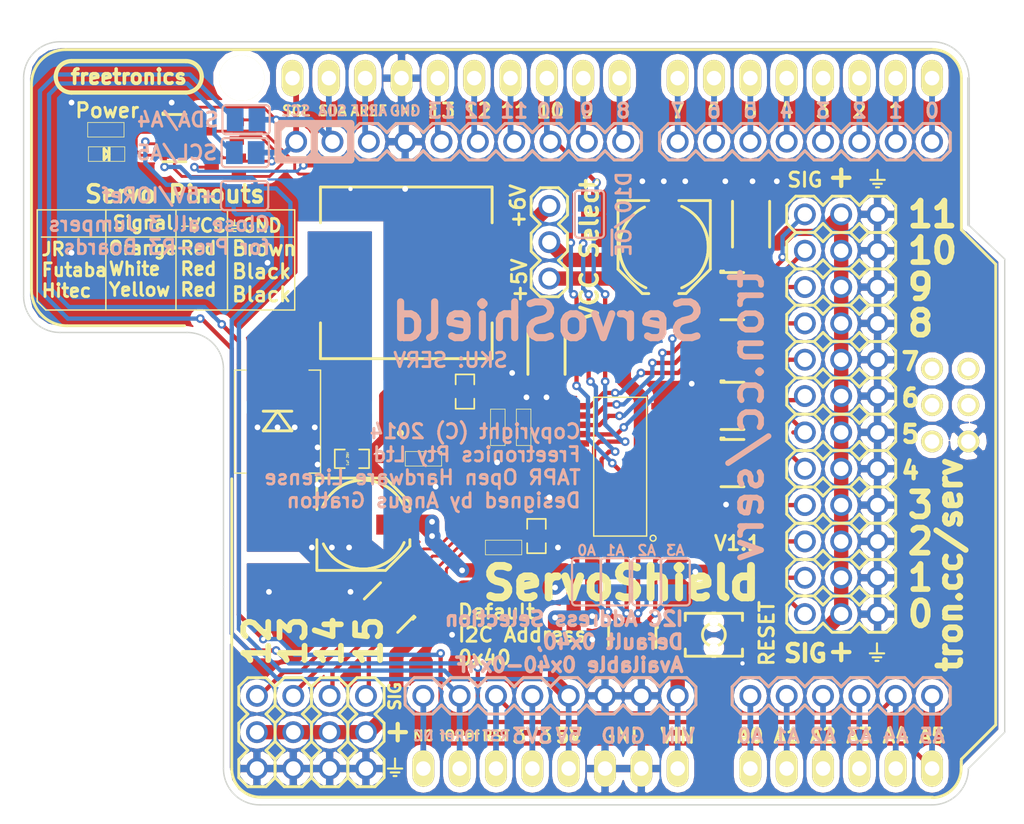
<source format=kicad_pcb>
(kicad_pcb (version 4) (host pcbnew "(2014-11-09 BZR 5259)-product")
  (layers (0 F.Cu signal) (31 B.Cu signal hide) (34 B.Paste user) (35 F.Paste user) (36 B.SilkS user) (37 F.SilkS user) (38 B.Mask user) (39 F.Mask user) (44 Edge.Cuts user))
  (net 0 "")
  (net 1 "Net-(JP1-Pad1)")
  (net 2 GND)
  (net 3 "Net-(JP2-Pad1)")
  (net 4 "Net-(JP2-Pad2)")
  (net 5 "Net-(JP2-Pad3)")
  (net 6 "Net-(JP2-Pad4)")
  (net 7 "Net-(JP3-Pad3)")
  (net 8 "Net-(JP3-Pad5)")
  (net 9 "Net-(JP3-Pad6)")
  (net 10 /D10)
  (net 11 "Net-(JP3-Pad10)")
  (net 12 /D6)
  (net 13 /D5)
  (net 14 "Net-(JP4-Pad4)")
  (net 15 /D3)
  (net 16 "Net-(JP4-Pad6)")
  (net 17 "Net-(JP4-Pad7)")
  (net 18 "Net-(JP4-Pad8)")
  (net 19 "Net-(JP4-Pad1)")
  (net 20 +5V)
  (net 21 VCC)
  (net 22 /SW)
  (net 23 +6V)
  (net 24 IORef)
  (net 25 /RESET)
  (net 26 "Net-(JP1-Pad4)")
  (net 27 /A4_SDA)
  (net 28 /A5_SCL)
  (net 29 /SCL_IO)
  (net 30 /SDA_IO)
  (net 31 "Net-(P1-Pad1)")
  (net 32 "Net-(P2-Pad1)")
  (net 33 "Net-(P3-Pad1)")
  (net 34 "Net-(P4-Pad1)")
  (net 35 "Net-(P5-Pad1)")
  (net 36 "Net-(P6-Pad1)")
  (net 37 "Net-(P7-Pad1)")
  (net 38 "Net-(P8-Pad1)")
  (net 39 "Net-(P9-Pad1)")
  (net 40 "Net-(P10-Pad1)")
  (net 41 "Net-(P11-Pad1)")
  (net 42 "Net-(P12-Pad1)")
  (net 43 "Net-(P13-Pad1)")
  (net 44 "Net-(P14-Pad1)")
  (net 45 "Net-(P15-Pad1)")
  (net 46 "Net-(P16-Pad1)")
  (net 47 /SCL_PWM)
  (net 48 /SDA_PWM)
  (net 49 /~OE)
  (net 50 /PWM0)
  (net 51 /PWM2)
  (net 52 /PWM4)
  (net 53 /PWM6)
  (net 54 /PWM8)
  (net 55 /PWM10)
  (net 56 /PWM12)
  (net 57 /PWM14)
  (net 58 /PWM1)
  (net 59 /PWM3)
  (net 60 /PWM5)
  (net 61 /PWM7)
  (net 62 /PWM9)
  (net 63 /PWM11)
  (net 64 /PWM13)
  (net 65 /PWM15)
  (net 66 "Net-(JP3-Pad7)")
  (net 67 "Net-(JP3-Pad9)")
  (net 68 "Net-(R6-Pad1)")
  (net 69 "Net-(R6-Pad3)")
  (net 70 "Net-(R6-Pad5)")
  (net 71 "Net-(R6-Pad7)")
  (net 72 VIn)
  (net 73 "Net-(C7-Pad2)")
  (net 74 "Net-(R12-Pad1)")
  (net 75 "Net-(R9-Pad2)")
  (net 76 "Net-(LED1-PadA)")
  (module FT:LOGO_GND_SILKSCREEN (layer F.Cu) (at 197.412 95.25)
    (fp_text reference LOGO_GND_SILKSCREEN hide)
    (fp_text value VAL** hide)
  )
  (module FT:ARDUINO_SHIELD (layer F.Cu) (at 171.45 97.79)
    (fp_text reference SHIELD1 hide)
    (fp_text value ARDUINO_SHIELD hide)
    (pad AD5 thru_hole oval (at 63.5 -2.54 90) (size 2.54 1.524) (drill 1.016) (layers *.Cu *.Mask F.SilkS) (net 28 /A5_SCL))
    (pad AD4 thru_hole oval (at 60.96 -2.54 90) (size 2.54 1.524) (drill 1.016) (layers *.Cu *.Mask F.SilkS) (net 27 /A4_SDA))
    (pad AD3 thru_hole oval (at 58.42 -2.54 90) (size 2.54 1.524) (drill 1.016) (layers *.Cu *.Mask F.SilkS) (net 6 "Net-(JP2-Pad4)"))
    (pad AD0 thru_hole oval (at 50.8 -2.54 90) (size 2.54 1.524) (drill 1.016) (layers *.Cu *.Mask F.SilkS) (net 3 "Net-(JP2-Pad1)"))
    (pad AD1 thru_hole oval (at 53.34 -2.54 90) (size 2.54 1.524) (drill 1.016) (layers *.Cu *.Mask F.SilkS) (net 4 "Net-(JP2-Pad2)"))
    (pad AD2 thru_hole oval (at 55.88 -2.54 90) (size 2.54 1.524) (drill 1.016) (layers *.Cu *.Mask F.SilkS) (net 5 "Net-(JP2-Pad3)"))
    (pad V_IN thru_hole oval (at 45.72 -2.54 90) (size 2.54 1.524) (drill 1.016) (layers *.Cu *.Mask F.SilkS) (net 72 VIn))
    (pad GND2 thru_hole oval (at 43.18 -2.54 90) (size 2.54 1.524) (drill 1.016) (layers *.Cu *.Mask F.SilkS) (net 2 GND))
    (pad GND1 thru_hole oval (at 40.64 -2.54 90) (size 2.54 1.524) (drill 1.016) (layers *.Cu *.Mask F.SilkS) (net 2 GND))
    (pad 3V3 thru_hole oval (at 35.56 -2.54 90) (size 2.54 1.524) (drill 1.016) (layers *.Cu *.Mask F.SilkS) (net 26 "Net-(JP1-Pad4)"))
    (pad RST thru_hole oval (at 33.02 -2.54 90) (size 2.54 1.524) (drill 1.016) (layers *.Cu *.Mask F.SilkS) (net 25 /RESET))
    (pad 0 thru_hole oval (at 63.5 -50.8 90) (size 2.54 1.524) (drill 1.016) (layers *.Cu *.Mask F.SilkS) (net 18 "Net-(JP4-Pad8)"))
    (pad 1 thru_hole oval (at 60.96 -50.8 90) (size 2.54 1.524) (drill 1.016) (layers *.Cu *.Mask F.SilkS) (net 17 "Net-(JP4-Pad7)"))
    (pad 2 thru_hole oval (at 58.42 -50.8 90) (size 2.54 1.524) (drill 1.016) (layers *.Cu *.Mask F.SilkS) (net 16 "Net-(JP4-Pad6)"))
    (pad 3 thru_hole oval (at 55.88 -50.8 90) (size 2.54 1.524) (drill 1.016) (layers *.Cu *.Mask F.SilkS) (net 15 /D3))
    (pad 4 thru_hole oval (at 53.34 -50.8 90) (size 2.54 1.524) (drill 1.016) (layers *.Cu *.Mask F.SilkS) (net 14 "Net-(JP4-Pad4)"))
    (pad 5 thru_hole oval (at 50.8 -50.8 90) (size 2.54 1.524) (drill 1.016) (layers *.Cu *.Mask F.SilkS) (net 13 /D5))
    (pad 6 thru_hole oval (at 48.26 -50.8 90) (size 2.54 1.524) (drill 1.016) (layers *.Cu *.Mask F.SilkS) (net 12 /D6))
    (pad 7 thru_hole oval (at 45.72 -50.8 90) (size 2.54 1.524) (drill 1.016) (layers *.Cu *.Mask F.SilkS) (net 19 "Net-(JP4-Pad1)"))
    (pad 8 thru_hole oval (at 41.656 -50.8 90) (size 2.54 1.524) (drill 1.016) (layers *.Cu *.Mask F.SilkS) (net 11 "Net-(JP3-Pad10)"))
    (pad 9 thru_hole oval (at 39.116 -50.8 90) (size 2.54 1.524) (drill 1.016) (layers *.Cu *.Mask F.SilkS) (net 67 "Net-(JP3-Pad9)"))
    (pad 10 thru_hole oval (at 36.576 -50.8 90) (size 2.54 1.524) (drill 1.016) (layers *.Cu *.Mask F.SilkS) (net 10 /D10))
    (pad 11 thru_hole oval (at 34.036 -50.8 90) (size 2.54 1.524) (drill 1.016) (layers *.Cu *.Mask F.SilkS) (net 66 "Net-(JP3-Pad7)"))
    (pad 12 thru_hole oval (at 31.496 -50.8 90) (size 2.54 1.524) (drill 1.016) (layers *.Cu *.Mask F.SilkS) (net 9 "Net-(JP3-Pad6)"))
    (pad 13 thru_hole oval (at 28.956 -50.8 90) (size 2.54 1.524) (drill 1.016) (layers *.Cu *.Mask F.SilkS) (net 8 "Net-(JP3-Pad5)"))
    (pad GND3 thru_hole oval (at 26.416 -50.8 90) (size 2.54 1.524) (drill 1.016) (layers *.Cu *.Mask F.SilkS) (net 2 GND))
    (pad AREF thru_hole oval (at 23.876 -50.8 90) (size 2.54 1.524) (drill 1.016) (layers *.Cu *.Mask F.SilkS) (net 7 "Net-(JP3-Pad3)"))
    (pad 5V thru_hole oval (at 38.1 -2.54 90) (size 2.54 1.524) (drill 1.016) (layers *.Cu *.Mask F.SilkS) (net 20 +5V))
    (pad "" np_thru_hole circle (at 15.24 -50.8 90) (size 3.175 3.175) (drill 3.175) (layers *.Cu *.Mask F.SilkS))
    (pad SDA thru_hole oval (at 21.336 -50.8 90) (size 2.54 1.524) (drill 1.016) (layers *.Cu *.Mask F.SilkS) (net 30 /SDA_IO))
    (pad SCL thru_hole oval (at 18.796 -50.8 90) (size 2.54 1.524) (drill 1.016) (layers *.Cu *.Mask F.SilkS) (net 29 /SCL_IO))
    (pad IO_R thru_hole oval (at 30.48 -2.54 90) (size 2.54 1.524) (drill 1.016) (layers *.Cu *.Mask F.SilkS) (net 24 IORef))
    (pad NC thru_hole oval (at 27.94 -2.54 90) (size 2.54 1.524) (drill 1.016) (layers *.Cu *.Mask F.SilkS) (net 1 "Net-(JP1-Pad1)"))
    (pad SP1 thru_hole circle (at 63.5 -30.48 90) (size 1.524 1.524) (drill 1.016) (layers *.Cu *.Mask F.SilkS))
    (pad SP2 thru_hole circle (at 66.04 -30.48 90) (size 1.524 1.524) (drill 1.016) (layers *.Cu *.Mask F.SilkS))
    (pad SP3 thru_hole circle (at 63.5 -27.94 90) (size 1.524 1.524) (drill 1.016) (layers *.Cu *.Mask F.SilkS))
    (pad SP4 thru_hole circle (at 66.04 -27.94 90) (size 1.524 1.524) (drill 1.016) (layers *.Cu *.Mask F.SilkS))
    (pad SP5 thru_hole circle (at 63.5 -25.4 90) (size 1.524 1.524) (drill 1.016) (layers *.Cu *.Mask F.SilkS))
    (pad SP6 thru_hole circle (at 66.04 -25.4 90) (size 1.524 1.524) (drill 1.016) (layers *.Cu *.Mask F.SilkS) (net 2 GND))
  )
  (module FT:1X08 (layer F.Cu) (at 199.39 90.17)
    (fp_text reference JP1 hide)
    (fp_text value M08 hide)
    (pad 1 thru_hole oval (at 0 0 90) (size 1.524 1.524) (drill 1.016) (layers *.Cu *.Mask) (net 1 "Net-(JP1-Pad1)"))
    (pad 2 thru_hole oval (at 2.54 0 90) (size 1.524 1.524) (drill 1.016) (layers *.Cu *.Mask) (net 24 IORef))
    (pad 3 thru_hole oval (at 5.08 0 90) (size 1.524 1.524) (drill 1.016) (layers *.Cu *.Mask) (net 25 /RESET))
    (pad 4 thru_hole oval (at 7.62 0 90) (size 1.524 1.524) (drill 1.016) (layers *.Cu *.Mask) (net 26 "Net-(JP1-Pad4)"))
    (pad 5 thru_hole oval (at 10.16 0 90) (size 1.524 1.524) (drill 1.016) (layers *.Cu *.Mask) (net 20 +5V))
    (pad 6 thru_hole oval (at 12.7 0 90) (size 1.524 1.524) (drill 1.016) (layers *.Cu *.Mask) (net 2 GND))
    (pad 7 thru_hole oval (at 15.24 0 90) (size 1.524 1.524) (drill 1.016) (layers *.Cu *.Mask) (net 2 GND))
    (pad 8 thru_hole oval (at 17.78 0 90) (size 1.524 1.524) (drill 1.016) (layers *.Cu *.Mask) (net 72 VIn))
  )
  (module FT:1X06 (layer F.Cu) (at 222.25 90.17)
    (fp_text reference JP2 hide)
    (fp_text value M06 hide)
    (pad 1 thru_hole oval (at 0 0 90) (size 1.524 1.524) (drill 1.016) (layers *.Cu *.Mask) (net 3 "Net-(JP2-Pad1)"))
    (pad 2 thru_hole oval (at 2.54 0 90) (size 1.524 1.524) (drill 1.016) (layers *.Cu *.Mask) (net 4 "Net-(JP2-Pad2)"))
    (pad 3 thru_hole oval (at 5.08 0 90) (size 1.524 1.524) (drill 1.016) (layers *.Cu *.Mask) (net 5 "Net-(JP2-Pad3)"))
    (pad 4 thru_hole oval (at 7.62 0 90) (size 1.524 1.524) (drill 1.016) (layers *.Cu *.Mask) (net 6 "Net-(JP2-Pad4)"))
    (pad 5 thru_hole oval (at 10.16 0 90) (size 1.524 1.524) (drill 1.016) (layers *.Cu *.Mask) (net 27 /A4_SDA))
    (pad 6 thru_hole oval (at 12.7 0 90) (size 1.524 1.524) (drill 1.016) (layers *.Cu *.Mask) (net 28 /A5_SCL))
  )
  (module FT:1X10 (layer F.Cu) (at 190.5 51.435)
    (fp_text reference JP3 hide)
    (fp_text value M10 hide)
    (pad 1 thru_hole oval (at 0 0 90) (size 1.524 1.524) (drill 1.016) (layers *.Cu *.Mask) (net 29 /SCL_IO))
    (pad 2 thru_hole oval (at 2.54 0 90) (size 1.524 1.524) (drill 1.016) (layers *.Cu *.Mask) (net 30 /SDA_IO))
    (pad 3 thru_hole oval (at 5.08 0 90) (size 1.524 1.524) (drill 1.016) (layers *.Cu *.Mask) (net 7 "Net-(JP3-Pad3)"))
    (pad 4 thru_hole oval (at 7.62 0 90) (size 1.524 1.524) (drill 1.016) (layers *.Cu *.Mask) (net 2 GND))
    (pad 5 thru_hole oval (at 10.16 0 90) (size 1.524 1.524) (drill 1.016) (layers *.Cu *.Mask) (net 8 "Net-(JP3-Pad5)"))
    (pad 6 thru_hole oval (at 12.7 0 90) (size 1.524 1.524) (drill 1.016) (layers *.Cu *.Mask) (net 9 "Net-(JP3-Pad6)"))
    (pad 7 thru_hole oval (at 15.24 0 90) (size 1.524 1.524) (drill 1.016) (layers *.Cu *.Mask) (net 66 "Net-(JP3-Pad7)"))
    (pad 8 thru_hole oval (at 17.78 0 90) (size 1.524 1.524) (drill 1.016) (layers *.Cu *.Mask) (net 10 /D10))
    (pad 9 thru_hole oval (at 20.32 0 90) (size 1.524 1.524) (drill 1.016) (layers *.Cu *.Mask) (net 67 "Net-(JP3-Pad9)"))
    (pad 10 thru_hole oval (at 22.86 0 90) (size 1.524 1.524) (drill 1.016) (layers *.Cu *.Mask) (net 11 "Net-(JP3-Pad10)"))
  )
  (module FT:1X08 (layer F.Cu) (at 217.17 51.435)
    (fp_text reference JP4 hide)
    (fp_text value M08 hide)
    (pad 1 thru_hole oval (at 0 0 90) (size 1.524 1.524) (drill 1.016) (layers *.Cu *.Mask) (net 19 "Net-(JP4-Pad1)"))
    (pad 2 thru_hole oval (at 2.54 0 90) (size 1.524 1.524) (drill 1.016) (layers *.Cu *.Mask) (net 12 /D6))
    (pad 3 thru_hole oval (at 5.08 0 90) (size 1.524 1.524) (drill 1.016) (layers *.Cu *.Mask) (net 13 /D5))
    (pad 4 thru_hole oval (at 7.62 0 90) (size 1.524 1.524) (drill 1.016) (layers *.Cu *.Mask) (net 14 "Net-(JP4-Pad4)"))
    (pad 5 thru_hole oval (at 10.16 0 90) (size 1.524 1.524) (drill 1.016) (layers *.Cu *.Mask) (net 15 /D3))
    (pad 6 thru_hole oval (at 12.7 0 90) (size 1.524 1.524) (drill 1.016) (layers *.Cu *.Mask) (net 16 "Net-(JP4-Pad6)"))
    (pad 7 thru_hole oval (at 15.24 0 90) (size 1.524 1.524) (drill 1.016) (layers *.Cu *.Mask) (net 17 "Net-(JP4-Pad7)"))
    (pad 8 thru_hole oval (at 17.78 0 90) (size 1.524 1.524) (drill 1.016) (layers *.Cu *.Mask) (net 18 "Net-(JP4-Pad8)"))
  )
  (module FT:SM0603_Capa (layer F.Cu) (at 194.4 73.6 180)
    (fp_text reference C3)
    (fp_text value "1uF 25V" (at 0.3 0 450) (layer F.SilkS) (effects (font (size 0.1524 0.1524) (thickness 0.0381))))
    (pad 1 smd rect (at -0.762 0 180) (size 0.635 1.143) (layers F.Cu F.Paste F.Mask) (net 72 VIn))
    (pad 2 smd rect (at 0.762 0 180) (size 0.635 1.143) (layers F.Cu F.Paste F.Mask) (net 2 GND))
  )
  (module FT:1X03 (layer F.Cu) (at 226.06 84.455)
    (fp_text reference P1 hide)
    (fp_text value M03 hide)
    (pad 1 thru_hole oval (at 0 0 90) (size 1.524 1.524) (drill 1.016) (layers *.Cu *.Mask) (net 31 "Net-(P1-Pad1)"))
    (pad 2 thru_hole oval (at 2.54 0 90) (size 1.524 1.524) (drill 1.016) (layers *.Cu *.Mask) (net 21 VCC))
    (pad 3 thru_hole oval (at 5.08 0 90) (size 1.524 1.524) (drill 1.016) (layers *.Cu *.Mask) (net 2 GND))
  )
  (module FT:1X03 (layer F.Cu) (at 226.06 81.915)
    (fp_text reference P2 hide)
    (fp_text value M03 hide)
    (pad 1 thru_hole oval (at 0 0 90) (size 1.524 1.524) (drill 1.016) (layers *.Cu *.Mask) (net 32 "Net-(P2-Pad1)"))
    (pad 2 thru_hole oval (at 2.54 0 90) (size 1.524 1.524) (drill 1.016) (layers *.Cu *.Mask) (net 21 VCC))
    (pad 3 thru_hole oval (at 5.08 0 90) (size 1.524 1.524) (drill 1.016) (layers *.Cu *.Mask) (net 2 GND))
  )
  (module FT:1X03 (layer F.Cu) (at 226.06 79.375)
    (fp_text reference P3 hide)
    (fp_text value M03 hide)
    (pad 1 thru_hole oval (at 0 0 90) (size 1.524 1.524) (drill 1.016) (layers *.Cu *.Mask) (net 33 "Net-(P3-Pad1)"))
    (pad 2 thru_hole oval (at 2.54 0 90) (size 1.524 1.524) (drill 1.016) (layers *.Cu *.Mask) (net 21 VCC))
    (pad 3 thru_hole oval (at 5.08 0 90) (size 1.524 1.524) (drill 1.016) (layers *.Cu *.Mask) (net 2 GND))
  )
  (module FT:1X03 (layer F.Cu) (at 226.06 76.835)
    (fp_text reference P4 hide)
    (fp_text value M03 hide)
    (pad 1 thru_hole oval (at 0 0 90) (size 1.524 1.524) (drill 1.016) (layers *.Cu *.Mask) (net 34 "Net-(P4-Pad1)"))
    (pad 2 thru_hole oval (at 2.54 0 90) (size 1.524 1.524) (drill 1.016) (layers *.Cu *.Mask) (net 21 VCC))
    (pad 3 thru_hole oval (at 5.08 0 90) (size 1.524 1.524) (drill 1.016) (layers *.Cu *.Mask) (net 2 GND))
  )
  (module FT:1X03 (layer F.Cu) (at 226.06 74.295)
    (fp_text reference P5 hide)
    (fp_text value M03 hide)
    (pad 1 thru_hole oval (at 0 0 90) (size 1.524 1.524) (drill 1.016) (layers *.Cu *.Mask) (net 35 "Net-(P5-Pad1)"))
    (pad 2 thru_hole oval (at 2.54 0 90) (size 1.524 1.524) (drill 1.016) (layers *.Cu *.Mask) (net 21 VCC))
    (pad 3 thru_hole oval (at 5.08 0 90) (size 1.524 1.524) (drill 1.016) (layers *.Cu *.Mask) (net 2 GND))
  )
  (module FT:1X03 (layer F.Cu) (at 226.06 71.755)
    (fp_text reference P6 hide)
    (fp_text value M03 hide)
    (pad 1 thru_hole oval (at 0 0 90) (size 1.524 1.524) (drill 1.016) (layers *.Cu *.Mask) (net 36 "Net-(P6-Pad1)"))
    (pad 2 thru_hole oval (at 2.54 0 90) (size 1.524 1.524) (drill 1.016) (layers *.Cu *.Mask) (net 21 VCC))
    (pad 3 thru_hole oval (at 5.08 0 90) (size 1.524 1.524) (drill 1.016) (layers *.Cu *.Mask) (net 2 GND))
  )
  (module FT:1X03 (layer F.Cu) (at 226.06 69.215)
    (fp_text reference P7 hide)
    (fp_text value M03 hide)
    (pad 1 thru_hole oval (at 0 0 90) (size 1.524 1.524) (drill 1.016) (layers *.Cu *.Mask) (net 37 "Net-(P7-Pad1)"))
    (pad 2 thru_hole oval (at 2.54 0 90) (size 1.524 1.524) (drill 1.016) (layers *.Cu *.Mask) (net 21 VCC))
    (pad 3 thru_hole oval (at 5.08 0 90) (size 1.524 1.524) (drill 1.016) (layers *.Cu *.Mask) (net 2 GND))
  )
  (module FT:1X03 (layer F.Cu) (at 226.06 66.675)
    (fp_text reference P8 hide)
    (fp_text value M03 hide)
    (pad 1 thru_hole oval (at 0 0 90) (size 1.524 1.524) (drill 1.016) (layers *.Cu *.Mask) (net 38 "Net-(P8-Pad1)"))
    (pad 2 thru_hole oval (at 2.54 0 90) (size 1.524 1.524) (drill 1.016) (layers *.Cu *.Mask) (net 21 VCC))
    (pad 3 thru_hole oval (at 5.08 0 90) (size 1.524 1.524) (drill 1.016) (layers *.Cu *.Mask) (net 2 GND))
  )
  (module FT:1X03 (layer F.Cu) (at 226.06 64.135)
    (fp_text reference P9 hide)
    (fp_text value M03 hide)
    (pad 1 thru_hole oval (at 0 0 90) (size 1.524 1.524) (drill 1.016) (layers *.Cu *.Mask) (net 39 "Net-(P9-Pad1)"))
    (pad 2 thru_hole oval (at 2.54 0 90) (size 1.524 1.524) (drill 1.016) (layers *.Cu *.Mask) (net 21 VCC))
    (pad 3 thru_hole oval (at 5.08 0 90) (size 1.524 1.524) (drill 1.016) (layers *.Cu *.Mask) (net 2 GND))
  )
  (module FT:1X03 (layer F.Cu) (at 226.06 61.595)
    (fp_text reference P10 hide)
    (fp_text value M03 hide)
    (pad 1 thru_hole oval (at 0 0 90) (size 1.524 1.524) (drill 1.016) (layers *.Cu *.Mask) (net 40 "Net-(P10-Pad1)"))
    (pad 2 thru_hole oval (at 2.54 0 90) (size 1.524 1.524) (drill 1.016) (layers *.Cu *.Mask) (net 21 VCC))
    (pad 3 thru_hole oval (at 5.08 0 90) (size 1.524 1.524) (drill 1.016) (layers *.Cu *.Mask) (net 2 GND))
  )
  (module FT:1X03 (layer F.Cu) (at 226.06 59.055)
    (fp_text reference P11 hide)
    (fp_text value M03 hide)
    (pad 1 thru_hole oval (at 0 0 90) (size 1.524 1.524) (drill 1.016) (layers *.Cu *.Mask) (net 41 "Net-(P11-Pad1)"))
    (pad 2 thru_hole oval (at 2.54 0 90) (size 1.524 1.524) (drill 1.016) (layers *.Cu *.Mask) (net 21 VCC))
    (pad 3 thru_hole oval (at 5.08 0 90) (size 1.524 1.524) (drill 1.016) (layers *.Cu *.Mask) (net 2 GND))
  )
  (module FT:1X03 (layer F.Cu) (at 226.06 56.515)
    (fp_text reference P12 hide)
    (fp_text value M03 hide)
    (pad 1 thru_hole oval (at 0 0 90) (size 1.524 1.524) (drill 1.016) (layers *.Cu *.Mask) (net 42 "Net-(P12-Pad1)"))
    (pad 2 thru_hole oval (at 2.54 0 90) (size 1.524 1.524) (drill 1.016) (layers *.Cu *.Mask) (net 21 VCC))
    (pad 3 thru_hole oval (at 5.08 0 90) (size 1.524 1.524) (drill 1.016) (layers *.Cu *.Mask) (net 2 GND))
  )
  (module FT:1X03 (layer F.Cu) (at 187.76 90.17 270)
    (fp_text reference P13 hide)
    (fp_text value M03 hide)
    (pad 1 thru_hole oval (at 0 0) (size 1.524 1.524) (drill 1.016) (layers *.Cu *.Mask) (net 43 "Net-(P13-Pad1)"))
    (pad 2 thru_hole oval (at 2.54 0) (size 1.524 1.524) (drill 1.016) (layers *.Cu *.Mask) (net 21 VCC))
    (pad 3 thru_hole oval (at 5.08 0) (size 1.524 1.524) (drill 1.016) (layers *.Cu *.Mask) (net 2 GND))
  )
  (module FT:1X03 (layer F.Cu) (at 190.3 90.17 270)
    (fp_text reference P14 hide)
    (fp_text value M03 hide)
    (pad 1 thru_hole oval (at 0 0) (size 1.524 1.524) (drill 1.016) (layers *.Cu *.Mask) (net 44 "Net-(P14-Pad1)"))
    (pad 2 thru_hole oval (at 2.54 0) (size 1.524 1.524) (drill 1.016) (layers *.Cu *.Mask) (net 21 VCC))
    (pad 3 thru_hole oval (at 5.08 0) (size 1.524 1.524) (drill 1.016) (layers *.Cu *.Mask) (net 2 GND))
  )
  (module FT:1X03 (layer F.Cu) (at 192.84 90.17 270)
    (fp_text reference P15 hide)
    (fp_text value M03 hide)
    (pad 1 thru_hole oval (at 0 0) (size 1.524 1.524) (drill 1.016) (layers *.Cu *.Mask) (net 45 "Net-(P15-Pad1)"))
    (pad 2 thru_hole oval (at 2.54 0) (size 1.524 1.524) (drill 1.016) (layers *.Cu *.Mask) (net 21 VCC))
    (pad 3 thru_hole oval (at 5.08 0) (size 1.524 1.524) (drill 1.016) (layers *.Cu *.Mask) (net 2 GND))
  )
  (module FT:1X03 (layer F.Cu) (at 195.38 90.17 270)
    (fp_text reference P16 hide)
    (fp_text value M03 hide)
    (pad 1 thru_hole oval (at 0 0) (size 1.524 1.524) (drill 1.016) (layers *.Cu *.Mask) (net 46 "Net-(P16-Pad1)"))
    (pad 2 thru_hole oval (at 2.54 0) (size 1.524 1.524) (drill 1.016) (layers *.Cu *.Mask) (net 21 VCC))
    (pad 3 thru_hole oval (at 5.08 0) (size 1.524 1.524) (drill 1.016) (layers *.Cu *.Mask) (net 2 GND))
  )
  (module FT:SOT323_MOSFET (layer F.Cu) (at 185.547 53.213 90)
    (fp_text reference Q1)
    (fp_text value RJU003N03 hide)
    (pad S smd rect (at 0.65024 0.94996 270) (size 0.59944 1.00076) (layers F.Cu F.Paste F.Mask) (net 29 /SCL_IO))
    (pad G smd rect (at -0.65024 0.94996 270) (size 0.59944 1.00076) (layers F.Cu F.Paste F.Mask) (net 24 IORef))
    (pad D smd rect (at 0 -0.94996 270) (size 0.59944 1.00076) (layers F.Cu F.Paste F.Mask) (net 47 /SCL_PWM))
  )
  (module FT:SOT323_MOSFET (layer F.Cu) (at 185.4 50.7 90)
    (fp_text reference Q2)
    (fp_text value RJU003N03 hide)
    (pad S smd rect (at 0.65024 0.94996 270) (size 0.59944 1.00076) (layers F.Cu F.Paste F.Mask) (net 30 /SDA_IO))
    (pad G smd rect (at -0.65024 0.94996 270) (size 0.59944 1.00076) (layers F.Cu F.Paste F.Mask) (net 24 IORef))
    (pad D smd rect (at 0 -0.94996 270) (size 0.59944 1.00076) (layers F.Cu F.Paste F.Mask) (net 48 /SDA_PWM))
  )
  (module FT:0603 (layer F.Cu) (at 205 79.8 180)
    (fp_text reference R5)
    (fp_text value 10K hide)
    (pad 1 smd rect (at -0.762 0 180) (size 0.762 0.762) (layers F.Cu F.Paste F.Mask) (net 2 GND))
    (pad 2 smd rect (at 0.762 0 180) (size 0.762 0.762) (layers F.Cu F.Paste F.Mask) (net 49 /~OE))
  )
  (module FT:0603 (layer F.Cu) (at 204.6 71.4 270)
    (fp_text reference R8)
    (fp_text value "10.2K 1%" hide)
    (pad 1 smd rect (at -0.762 0 270) (size 0.762 0.762) (layers F.Cu F.Paste F.Mask) (net 23 +6V))
    (pad 2 smd rect (at 0.762 0 270) (size 0.762 0.762) (layers F.Cu F.Paste F.Mask) (net 74 "Net-(R12-Pad1)"))
  )
  (module FT:SJ_OPEN (layer B.Cu) (at 186.9 55.2)
    (fp_text reference SJ1)
    (fp_text value SJ)
    (pad 1 smd rect (at -0.762 0) (size 1.1684 1.6002) (layers B.Cu B.Mask) (net 24 IORef))
    (pad 2 smd rect (at 0.762 0) (size 1.1684 1.6002) (layers B.Cu B.Mask) (net 20 +5V))
  )
  (module FT:SJ_OPEN (layer B.Cu) (at 187 49.9 180)
    (fp_text reference SJ2)
    (fp_text value SJ)
    (pad 1 smd rect (at -0.762 0 180) (size 1.1684 1.6002) (layers B.Cu B.Mask) (net 30 /SDA_IO))
    (pad 2 smd rect (at 0.762 0 180) (size 1.1684 1.6002) (layers B.Cu B.Mask) (net 27 /A4_SDA))
  )
  (module FT:SJ_OPEN (layer B.Cu) (at 210.8 82.2 90)
    (fp_text reference SJ3)
    (fp_text value SJ)
    (pad 1 smd rect (at -0.762 0 90) (size 1.1684 1.6002) (layers B.Cu B.Mask) (net 71 "Net-(R6-Pad7)"))
    (pad 2 smd rect (at 0.762 0 90) (size 1.1684 1.6002) (layers B.Cu B.Mask) (net 21 VCC))
  )
  (module FT:SJ_OPEN (layer B.Cu) (at 212.8 82.2 90)
    (fp_text reference SJ4)
    (fp_text value SJ)
    (pad 1 smd rect (at -0.762 0 90) (size 1.1684 1.6002) (layers B.Cu B.Mask) (net 70 "Net-(R6-Pad5)"))
    (pad 2 smd rect (at 0.762 0 90) (size 1.1684 1.6002) (layers B.Cu B.Mask) (net 21 VCC))
  )
  (module FT:SJ_OPEN (layer B.Cu) (at 215 82.2 90)
    (fp_text reference SJ5)
    (fp_text value SJ)
    (pad 1 smd rect (at -0.762 0 90) (size 1.1684 1.6002) (layers B.Cu B.Mask) (net 69 "Net-(R6-Pad3)"))
    (pad 2 smd rect (at 0.762 0 90) (size 1.1684 1.6002) (layers B.Cu B.Mask) (net 21 VCC))
  )
  (module FT:SJ_OPEN (layer B.Cu) (at 217 82.2 90)
    (fp_text reference SJ6)
    (fp_text value SJ)
    (pad 1 smd rect (at -0.762 0 90) (size 1.1684 1.6002) (layers B.Cu B.Mask) (net 68 "Net-(R6-Pad1)"))
    (pad 2 smd rect (at 0.762 0 90) (size 1.1684 1.6002) (layers B.Cu B.Mask) (net 21 VCC))
  )
  (module FT:SJ_OPEN (layer B.Cu) (at 186.944 52.197 180)
    (fp_text reference SJ7)
    (fp_text value SJ)
    (pad 1 smd rect (at -0.762 0 180) (size 1.1684 1.6002) (layers B.Cu B.Mask) (net 29 /SCL_IO))
    (pad 2 smd rect (at 0.762 0 180) (size 1.1684 1.6002) (layers B.Cu B.Mask) (net 28 /A5_SCL))
  )
  (module FT:SJ_OPEN (layer B.Cu) (at 211 56.5 270)
    (fp_text reference SJ8)
    (fp_text value SJ)
    (pad 1 smd rect (at -0.762 0 270) (size 1.1684 1.6002) (layers B.Cu B.Mask) (net 10 /D10))
    (pad 2 smd rect (at 0.762 0 270) (size 1.1684 1.6002) (layers B.Cu B.Mask) (net 49 /~OE))
  )
  (module FT:TACTILE_SWITCH_SMD_2PIN_TINY (layer F.Cu) (at 219.7 85.9)
    (fp_text reference SW1)
    (fp_text value SW_PUSHBUTTON hide)
    (pad Hole np_thru_hole circle (at 0 -0.89916) (size 0.6477 0.6477) (drill 0.6477) (layers *.Cu *.Mask F.SilkS))
    (pad Hole np_thru_hole circle (at 0 0.89916) (size 0.6477 0.6477) (drill 0.6477) (layers *.Cu *.Mask F.SilkS))
    (pad 1 smd rect (at -2.04978 0 90) (size 1.39954 1.39954) (layers F.Cu F.Paste F.Mask) (net 25 /RESET))
    (pad 2 smd rect (at 2.04978 0 90) (size 1.39954 1.39954) (layers F.Cu F.Paste F.Mask) (net 2 GND))
  )
  (module FT:CAP_ELECTRO_SMT_D (layer F.Cu) (at 216.2 58.8 270)
    (fp_text reference C2)
    (fp_text value "68uF 10V" hide)
    (pad P smd rect (at 2.4003 0 270) (size 2.99974 1.39954) (layers F.Cu F.Paste F.Mask) (net 21 VCC))
    (pad M smd rect (at -2.4003 0 270) (size 2.99974 1.39954) (layers F.Cu F.Paste F.Mask) (net 2 GND))
  )
  (module FT:1X03 (layer F.Cu) (at 208.2 61 90)
    (fp_text reference JP5 hide)
    (fp_text value M03 hide)
    (pad 1 thru_hole oval (at 0 0 180) (size 1.524 1.524) (drill 1.016) (layers *.Cu *.Mask) (net 20 +5V))
    (pad 2 thru_hole oval (at 2.54 0 180) (size 1.524 1.524) (drill 1.016) (layers *.Cu *.Mask) (net 21 VCC))
    (pad 3 thru_hole oval (at 5.08 0 180) (size 1.524 1.524) (drill 1.016) (layers *.Cu *.Mask) (net 23 +6V))
  )
  (module FT:0603 (layer F.Cu) (at 199.4 73.6)
    (fp_text reference R9)
    (fp_text value 8K hide)
    (pad 1 smd rect (at -0.762 0) (size 0.762 0.762) (layers F.Cu F.Paste F.Mask) (net 72 VIn))
    (pad 2 smd rect (at 0.762 0) (size 0.762 0.762) (layers F.Cu F.Paste F.Mask) (net 75 "Net-(R9-Pad2)"))
  )
  (module FT:0603 (layer F.Cu) (at 206.4 71.4 90)
    (fp_text reference R12)
    (fp_text value "2.7K 1%" hide)
    (pad 1 smd rect (at -0.762 0 90) (size 0.762 0.762) (layers F.Cu F.Paste F.Mask) (net 74 "Net-(R12-Pad1)"))
    (pad 2 smd rect (at 0.762 0 90) (size 0.762 0.762) (layers F.Cu F.Paste F.Mask) (net 2 GND))
  )
  (module FT:RES_CAY16 (layer F.Cu) (at 221 73.9 270)
    (fp_text reference R1)
    (fp_text value 220R hide)
    (pad 2 smd rect (at -1.19888 -0.67564 270) (size 0.50038 0.65024) (layers F.Cu F.Paste F.Mask) (net 34 "Net-(P4-Pad1)"))
    (pad 4 smd rect (at -0.39878 -0.67564 270) (size 0.50038 0.65024) (layers F.Cu F.Paste F.Mask) (net 33 "Net-(P3-Pad1)"))
    (pad 8 smd rect (at 1.19888 -0.67564 270) (size 0.50038 0.65024) (layers F.Cu F.Paste F.Mask) (net 31 "Net-(P1-Pad1)"))
    (pad 6 smd rect (at 0.39878 -0.67564 270) (size 0.50038 0.65024) (layers F.Cu F.Paste F.Mask) (net 32 "Net-(P2-Pad1)"))
    (pad 5 smd rect (at 0.39878 0.67564 270) (size 0.50038 0.65024) (layers F.Cu F.Paste F.Mask) (net 58 /PWM1))
    (pad 7 smd rect (at 1.19888 0.67564 270) (size 0.50038 0.65024) (layers F.Cu F.Paste F.Mask) (net 50 /PWM0))
    (pad 3 smd rect (at -0.39878 0.67564 270) (size 0.50038 0.65024) (layers F.Cu F.Paste F.Mask) (net 51 /PWM2))
    (pad 1 smd rect (at -1.19888 0.67564 270) (size 0.50038 0.65024) (layers F.Cu F.Paste F.Mask) (net 59 /PWM3))
  )
  (module FT:RES_CAY16 (layer F.Cu) (at 181.991 51.181 270)
    (fp_text reference R2)
    (fp_text value 10K hide)
    (pad 2 smd rect (at -1.19888 -0.67564 270) (size 0.50038 0.65024) (layers F.Cu F.Paste F.Mask) (net 30 /SDA_IO))
    (pad 4 smd rect (at -0.39878 -0.67564 270) (size 0.50038 0.65024) (layers F.Cu F.Paste F.Mask) (net 48 /SDA_PWM))
    (pad 8 smd rect (at 1.19888 -0.67564 270) (size 0.50038 0.65024) (layers F.Cu F.Paste F.Mask) (net 47 /SCL_PWM))
    (pad 6 smd rect (at 0.39878 -0.67564 270) (size 0.50038 0.65024) (layers F.Cu F.Paste F.Mask) (net 29 /SCL_IO))
    (pad 5 smd rect (at 0.39878 0.67564 270) (size 0.50038 0.65024) (layers F.Cu F.Paste F.Mask) (net 24 IORef))
    (pad 7 smd rect (at 1.19888 0.67564 270) (size 0.50038 0.65024) (layers F.Cu F.Paste F.Mask) (net 20 +5V))
    (pad 3 smd rect (at -0.39878 0.67564 270) (size 0.50038 0.65024) (layers F.Cu F.Paste F.Mask) (net 20 +5V))
    (pad 1 smd rect (at -1.19888 0.67564 270) (size 0.50038 0.65024) (layers F.Cu F.Paste F.Mask) (net 24 IORef))
  )
  (module FT:RES_CAY16 (layer F.Cu) (at 221 69.9 270)
    (fp_text reference R3)
    (fp_text value 220R hide)
    (pad 2 smd rect (at -1.19888 -0.67564 270) (size 0.50038 0.65024) (layers F.Cu F.Paste F.Mask) (net 38 "Net-(P8-Pad1)"))
    (pad 4 smd rect (at -0.39878 -0.67564 270) (size 0.50038 0.65024) (layers F.Cu F.Paste F.Mask) (net 37 "Net-(P7-Pad1)"))
    (pad 8 smd rect (at 1.19888 -0.67564 270) (size 0.50038 0.65024) (layers F.Cu F.Paste F.Mask) (net 35 "Net-(P5-Pad1)"))
    (pad 6 smd rect (at 0.39878 -0.67564 270) (size 0.50038 0.65024) (layers F.Cu F.Paste F.Mask) (net 36 "Net-(P6-Pad1)"))
    (pad 5 smd rect (at 0.39878 0.67564 270) (size 0.50038 0.65024) (layers F.Cu F.Paste F.Mask) (net 60 /PWM5))
    (pad 7 smd rect (at 1.19888 0.67564 270) (size 0.50038 0.65024) (layers F.Cu F.Paste F.Mask) (net 52 /PWM4))
    (pad 3 smd rect (at -0.39878 0.67564 270) (size 0.50038 0.65024) (layers F.Cu F.Paste F.Mask) (net 53 /PWM6))
    (pad 1 smd rect (at -1.19888 0.67564 270) (size 0.50038 0.65024) (layers F.Cu F.Paste F.Mask) (net 61 /PWM7))
  )
  (module FT:RES_CAY16 (layer F.Cu) (at 220.98 62.23 270)
    (fp_text reference R4)
    (fp_text value 220R hide)
    (pad 2 smd rect (at -1.19888 -0.67564 270) (size 0.50038 0.65024) (layers F.Cu F.Paste F.Mask) (net 42 "Net-(P12-Pad1)"))
    (pad 4 smd rect (at -0.39878 -0.67564 270) (size 0.50038 0.65024) (layers F.Cu F.Paste F.Mask) (net 41 "Net-(P11-Pad1)"))
    (pad 8 smd rect (at 1.19888 -0.67564 270) (size 0.50038 0.65024) (layers F.Cu F.Paste F.Mask) (net 39 "Net-(P9-Pad1)"))
    (pad 6 smd rect (at 0.39878 -0.67564 270) (size 0.50038 0.65024) (layers F.Cu F.Paste F.Mask) (net 40 "Net-(P10-Pad1)"))
    (pad 5 smd rect (at 0.39878 0.67564 270) (size 0.50038 0.65024) (layers F.Cu F.Paste F.Mask) (net 62 /PWM9))
    (pad 7 smd rect (at 1.19888 0.67564 270) (size 0.50038 0.65024) (layers F.Cu F.Paste F.Mask) (net 54 /PWM8))
    (pad 3 smd rect (at -0.39878 0.67564 270) (size 0.50038 0.65024) (layers F.Cu F.Paste F.Mask) (net 55 /PWM10))
    (pad 1 smd rect (at -1.19888 0.67564 270) (size 0.50038 0.65024) (layers F.Cu F.Paste F.Mask) (net 63 /PWM11))
  )
  (module FT:RES_CAY16 (layer F.Cu) (at 214 86 180)
    (fp_text reference R6)
    (fp_text value 10K hide)
    (pad 2 smd rect (at -1.19888 -0.67564 180) (size 0.50038 0.65024) (layers F.Cu F.Paste F.Mask) (net 2 GND))
    (pad 4 smd rect (at -0.39878 -0.67564 180) (size 0.50038 0.65024) (layers F.Cu F.Paste F.Mask) (net 2 GND))
    (pad 8 smd rect (at 1.19888 -0.67564 180) (size 0.50038 0.65024) (layers F.Cu F.Paste F.Mask) (net 2 GND))
    (pad 6 smd rect (at 0.39878 -0.67564 180) (size 0.50038 0.65024) (layers F.Cu F.Paste F.Mask) (net 2 GND))
    (pad 5 smd rect (at 0.39878 0.67564 180) (size 0.50038 0.65024) (layers F.Cu F.Paste F.Mask) (net 70 "Net-(R6-Pad5)"))
    (pad 7 smd rect (at 1.19888 0.67564 180) (size 0.50038 0.65024) (layers F.Cu F.Paste F.Mask) (net 71 "Net-(R6-Pad7)"))
    (pad 3 smd rect (at -0.39878 0.67564 180) (size 0.50038 0.65024) (layers F.Cu F.Paste F.Mask) (net 69 "Net-(R6-Pad3)"))
    (pad 1 smd rect (at -1.19888 0.67564 180) (size 0.50038 0.65024) (layers F.Cu F.Paste F.Mask) (net 68 "Net-(R6-Pad1)"))
  )
  (module FT:RES_CAY16 (layer F.Cu) (at 197 84 135)
    (fp_text reference R7)
    (fp_text value 220R hide)
    (pad 2 smd rect (at -1.19888 -0.67564 135) (size 0.50038 0.65024) (layers F.Cu F.Paste F.Mask) (net 46 "Net-(P16-Pad1)"))
    (pad 4 smd rect (at -0.39878 -0.67564 135) (size 0.50038 0.65024) (layers F.Cu F.Paste F.Mask) (net 45 "Net-(P15-Pad1)"))
    (pad 8 smd rect (at 1.19888 -0.67564 135) (size 0.50038 0.65024) (layers F.Cu F.Paste F.Mask) (net 43 "Net-(P13-Pad1)"))
    (pad 6 smd rect (at 0.39878 -0.67564 135) (size 0.50038 0.65024) (layers F.Cu F.Paste F.Mask) (net 44 "Net-(P14-Pad1)"))
    (pad 5 smd rect (at 0.39878 0.67564 135) (size 0.50038 0.65024) (layers F.Cu F.Paste F.Mask) (net 64 /PWM13))
    (pad 7 smd rect (at 1.19888 0.67564 135) (size 0.50038 0.65024) (layers F.Cu F.Paste F.Mask) (net 56 /PWM12))
    (pad 3 smd rect (at -0.39878 0.67564 135) (size 0.50038 0.65024) (layers F.Cu F.Paste F.Mask) (net 57 /PWM14))
    (pad 1 smd rect (at -1.19888 0.67564 135) (size 0.50038 0.65024) (layers F.Cu F.Paste F.Mask) (net 65 /PWM15))
  )
  (module FT:SMC-DIODE (layer F.Cu) (at 189.2 71 270)
    (fp_text reference D1)
    (fp_text value "B340 40V 3A")
    (pad K smd rect (at -3.4 0 270) (size 2.5 3.3) (layers F.Cu F.Paste F.Mask) (net 22 /SW))
    (pad A smd rect (at 3.4 0 270) (size 2.5 3.3) (layers F.Cu F.Paste F.Mask) (net 2 GND))
  )
  (module FT:SO08 (layer F.Cu) (at 196.8 70 90)
    (fp_text reference U2)
    (fp_text value XL2009 hide)
    (pad 2 smd rect (at -0.635 2.59842 90) (size 0.59944 2.19964) (layers F.Cu F.Paste F.Mask) (net 75 "Net-(R9-Pad2)"))
    (pad 7 smd rect (at -0.635 -2.59842 90) (size 0.59944 2.19964) (layers F.Cu F.Paste F.Mask) (net 2 GND))
    (pad 1 smd rect (at -1.905 2.59842 90) (size 0.59944 2.19964) (layers F.Cu F.Paste F.Mask) (net 74 "Net-(R12-Pad1)"))
    (pad 3 smd rect (at 0.635 2.59842 90) (size 0.59944 2.19964) (layers F.Cu F.Paste F.Mask) (net 73 "Net-(C7-Pad2)"))
    (pad 4 smd rect (at 1.905 2.59842 90) (size 0.59944 2.19964) (layers F.Cu F.Paste F.Mask) (net 72 VIn))
    (pad 8 smd rect (at -1.905 -2.59842 90) (size 0.59944 2.19964) (layers F.Cu F.Paste F.Mask) (net 2 GND))
    (pad 6 smd rect (at 0.635 -2.59842 90) (size 0.59944 2.19964) (layers F.Cu F.Paste F.Mask) (net 22 /SW))
    (pad 5 smd rect (at 1.905 -2.59842 90) (size 0.59944 2.19964) (layers F.Cu F.Paste F.Mask) (net 22 /SW))
  )
  (module FT:CAP_ELECTRO_SMT_D (layer F.Cu) (at 195.2 78.2)
    (fp_text reference C4)
    (fp_text value "47uF 25V" hide)
    (pad P smd rect (at 2.4003 0) (size 2.99974 1.39954) (layers F.Cu F.Paste F.Mask) (net 72 VIn))
    (pad M smd rect (at -2.4003 0) (size 2.99974 1.39954) (layers F.Cu F.Paste F.Mask) (net 2 GND))
  )
  (module FT:SM0603_Capa (layer F.Cu) (at 207.3 79 270)
    (fp_text reference C6)
    (fp_text value 100nF hide)
    (pad 1 smd rect (at -0.762 0 270) (size 0.635 1.143) (layers F.Cu F.Paste F.Mask) (net 20 +5V))
    (pad 2 smd rect (at 0.762 0 270) (size 0.635 1.143) (layers F.Cu F.Paste F.Mask) (net 2 GND))
  )
  (module FT:LOGO_GND_SILKSCREEN (layer F.Cu) (at 231.14 54.102)
    (fp_text reference LOGO_GND_SILKSCREEN hide)
    (fp_text value VAL** hide)
  )
  (module FT:LOGO_GND_SILKSCREEN (layer F.Cu) (at 231.1 87.2)
    (fp_text reference LOGO_GND_SILKSCREEN hide)
    (fp_text value VAL** hide)
  )
  (module FT:CDRH125 (layer F.Cu) (at 198.2 60.6 90)
    (fp_text reference L1)
    (fp_text value "47uH 2A" hide)
    (pad 1 smd rect (at 0 -4.89966 90) (size 5.3975 3.99796) (layers F.Cu F.Paste F.Mask) (net 22 /SW))
    (pad 2 smd rect (at 0 4.89966 90) (size 5.3975 3.99796) (layers F.Cu F.Paste F.Mask) (net 23 +6V))
  )
  (module FT:LOGO_FREETRONICS_MIDSIZE (layer F.Cu) (at 178.8 46.9)
    (fp_text reference LOGO_FREETRONICS_SMALL hide)
    (fp_text value val** hide)
    (fp_text user freetronics (at 0 0) (layer F.SilkS) (effects (font (thickness 0.25))))
  )
  (module FT:1210 (layer F.Cu) (at 222.3 57.2 90)
    (fp_text reference C1)
    (fp_text value "10uF 10V" hide)
    (pad 1 smd rect (at -1.59766 0 90) (size 1.19888 1.99898) (layers F.Cu F.Paste F.Mask) (net 21 VCC))
    (pad 2 smd rect (at 1.59766 0 90) (size 1.19888 1.99898) (layers F.Cu F.Paste F.Mask) (net 2 GND))
  )
  (module FT:1210 (layer F.Cu) (at 208 66.1 270)
    (fp_text reference C5)
    (fp_text value "10uF 10V" hide)
    (pad 1 smd rect (at -1.59766 0 270) (size 1.19888 1.99898) (layers F.Cu F.Paste F.Mask) (net 23 +6V))
    (pad 2 smd rect (at 1.59766 0 270) (size 1.19888 1.99898) (layers F.Cu F.Paste F.Mask) (net 2 GND))
  )
  (module FT:SM0603_Capa (layer F.Cu) (at 202.3 68.9 270)
    (fp_text reference C7)
    (fp_text value "1uF 25V" hide)
    (pad 1 smd rect (at -0.762 0 270) (size 0.635 1.143) (layers F.Cu F.Paste F.Mask) (net 72 VIn))
    (pad 2 smd rect (at 0.762 0 270) (size 0.635 1.143) (layers F.Cu F.Paste F.Mask) (net 73 "Net-(C7-Pad2)"))
  )
  (module FT:LED-0603 (layer F.Cu) (at 177.25 52.3)
    (fp_text reference LED1 hide)
    (fp_text value LED hide)
    (pad K smd rect (at 0.762 0) (size 0.762 0.762) (layers F.Cu F.Paste F.Mask) (net 2 GND))
    (pad A smd rect (at -0.762 0) (size 0.762 0.762) (layers F.Cu F.Paste F.Mask) (net 76 "Net-(LED1-PadA)"))
  )
  (module FT:0603 (layer F.Cu) (at 177.2 50.6)
    (fp_text reference R10)
    (fp_text value 1K)
    (pad 1 smd rect (at -0.762 0) (size 0.762 0.762) (layers F.Cu F.Paste F.Mask) (net 76 "Net-(LED1-PadA)"))
    (pad 2 smd rect (at 0.762 0) (size 0.762 0.762) (layers F.Cu F.Paste F.Mask) (net 20 +5V))
  )
  (module FT:SSOP28-4.4MM (layer F.Cu) (at 213.15 74.15 90)
    (fp_text reference U1)
    (fp_text value PCA9685)
    (pad 1 smd rect (at -4.225 2.9 90) (size 0.45 1.45) (layers F.Cu F.Paste F.Mask) (net 71 "Net-(R6-Pad7)"))
    (pad 2 smd rect (at -3.575 2.9 90) (size 0.45 1.45) (layers F.Cu F.Paste F.Mask) (net 70 "Net-(R6-Pad5)"))
    (pad 3 smd rect (at -2.925 2.9 90) (size 0.45 1.45) (layers F.Cu F.Paste F.Mask) (net 69 "Net-(R6-Pad3)"))
    (pad 4 smd rect (at -2.275 2.9 90) (size 0.45 1.45) (layers F.Cu F.Paste F.Mask) (net 68 "Net-(R6-Pad1)"))
    (pad 5 smd rect (at -1.625 2.9 90) (size 0.45 1.45) (layers F.Cu F.Paste F.Mask) (net 2 GND))
    (pad 6 smd rect (at -0.975 2.9 90) (size 0.45 1.45) (layers F.Cu F.Paste F.Mask) (net 50 /PWM0))
    (pad 7 smd rect (at -0.325 2.9 90) (size 0.45 1.45) (layers F.Cu F.Paste F.Mask) (net 58 /PWM1))
    (pad 8 smd rect (at 0.325 2.9 90) (size 0.45 1.45) (layers F.Cu F.Paste F.Mask) (net 51 /PWM2))
    (pad 9 smd rect (at 0.975 2.9 90) (size 0.45 1.45) (layers F.Cu F.Paste F.Mask) (net 59 /PWM3))
    (pad 10 smd rect (at 1.625 2.9 90) (size 0.45 1.45) (layers F.Cu F.Paste F.Mask) (net 52 /PWM4))
    (pad 11 smd rect (at 2.275 2.9 90) (size 0.45 1.45) (layers F.Cu F.Paste F.Mask) (net 60 /PWM5))
    (pad 12 smd rect (at 2.925 2.9 90) (size 0.45 1.45) (layers F.Cu F.Paste F.Mask) (net 53 /PWM6))
    (pad 13 smd rect (at 3.575 2.9 90) (size 0.45 1.45) (layers F.Cu F.Paste F.Mask) (net 61 /PWM7))
    (pad 14 smd rect (at 4.225 2.9 90) (size 0.45 1.45) (layers F.Cu F.Paste F.Mask) (net 2 GND))
    (pad 15 smd rect (at 4.225 -2.9 90) (size 0.45 1.45) (layers F.Cu F.Paste F.Mask) (net 54 /PWM8))
    (pad 16 smd rect (at 3.575 -2.9 90) (size 0.45 1.45) (layers F.Cu F.Paste F.Mask) (net 62 /PWM9))
    (pad 17 smd rect (at 2.925 -2.9 90) (size 0.45 1.45) (layers F.Cu F.Paste F.Mask) (net 55 /PWM10))
    (pad 18 smd rect (at 2.275 -2.9 90) (size 0.45 1.45) (layers F.Cu F.Paste F.Mask) (net 63 /PWM11))
    (pad 19 smd rect (at 1.625 -2.9 90) (size 0.45 1.45) (layers F.Cu F.Paste F.Mask) (net 56 /PWM12))
    (pad 20 smd rect (at 0.975 -2.9 90) (size 0.45 1.45) (layers F.Cu F.Paste F.Mask) (net 64 /PWM13))
    (pad 21 smd rect (at 0.325 -2.9 90) (size 0.45 1.45) (layers F.Cu F.Paste F.Mask) (net 57 /PWM14))
    (pad 22 smd rect (at -0.325 -2.9 90) (size 0.45 1.45) (layers F.Cu F.Paste F.Mask) (net 65 /PWM15))
    (pad 23 smd rect (at -0.975 -2.9 90) (size 0.45 1.45) (layers F.Cu F.Paste F.Mask) (net 49 /~OE))
    (pad 24 smd rect (at -1.625 -2.9 90) (size 0.45 1.45) (layers F.Cu F.Paste F.Mask) (net 2 GND))
    (pad 25 smd rect (at -2.275 -2.9 90) (size 0.45 1.45) (layers F.Cu F.Paste F.Mask) (net 2 GND))
    (pad 26 smd rect (at -2.925 -2.9 90) (size 0.45 1.45) (layers F.Cu F.Paste F.Mask) (net 47 /SCL_PWM))
    (pad 27 smd rect (at -3.575 -2.9 90) (size 0.45 1.45) (layers F.Cu F.Paste F.Mask) (net 48 /SDA_PWM))
    (pad 28 smd rect (at -4.225 -2.9 90) (size 0.45 1.45) (layers F.Cu F.Paste F.Mask) (net 20 +5V))
  )
  (gr_text Power (at 174.95 49.25) (layer F.SilkS) (effects (font (size 1 1) (thickness 0.2)) (justify left)))
  (gr_text RESET (at 223.4 88.2 90) (layer F.SilkS) (effects (font (size 1 1) (thickness 0.2)) (justify left)))
  (gr_text GND (at 188.1 57.3) (layer F.SilkS) (effects (font (size 0.9 0.9) (thickness 0.2))))
  (gr_text VCC (at 184.3 57.3) (layer F.SilkS) (effects (font (size 0.9 0.9) (thickness 0.2))))
  (gr_text Signal (at 179.8 57.1) (layer F.SilkS) (effects (font (size 0.9 0.9) (thickness 0.2))))
  (gr_line (start 191.77 50.165) (end 191.77 52.705) (angle 90) (layer B.SilkS) (width 0.5))
  (gr_line (start 194.31 52.705) (end 194.31 50.165) (angle 90) (layer B.SilkS) (width 0.5))
  (gr_line (start 189.23 52.705) (end 194.31 52.705) (angle 90) (layer B.SilkS) (width 0.5))
  (gr_line (start 189.23 50.165) (end 189.23 52.705) (angle 90) (layer B.SilkS) (width 0.5))
  (gr_line (start 194.31 50.165) (end 189.23 50.165) (angle 90) (layer B.SilkS) (width 0.5))
  (gr_line (start 194.31 52.705) (end 191.77 52.705) (angle 90) (layer F.SilkS) (width 0.5))
  (gr_line (start 194.31 50.165) (end 194.31 52.705) (angle 90) (layer F.SilkS) (width 0.5))
  (gr_line (start 191.77 50.165) (end 194.31 50.165) (angle 90) (layer F.SilkS) (width 0.5))
  (gr_line (start 189.23 50.165) (end 189.865 50.165) (angle 90) (layer F.SilkS) (width 0.5))
  (gr_line (start 189.23 52.705) (end 189.23 50.165) (angle 90) (layer F.SilkS) (width 0.5))
  (gr_line (start 191.77 52.705) (end 189.23 52.705) (angle 90) (layer F.SilkS) (width 0.5))
  (gr_line (start 191.77 50.165) (end 191.77 52.705) (angle 90) (layer F.SilkS) (width 0.5))
  (gr_line (start 189.865 50.165) (end 191.77 50.165) (angle 90) (layer F.SilkS) (width 0.5))
  (gr_line (start 185.7 63.2) (end 190.4 63.2) (angle 90) (layer F.SilkS) (width 0.1))
  (gr_line (start 173 63.2) (end 185.7 63.2) (angle 90) (layer F.SilkS) (width 0.1))
  (gr_line (start 172.4 62.6) (end 173 63.2) (angle 90) (layer F.SilkS) (width 0.1))
  (gr_line (start 172.4 56.2) (end 172.4 62.6) (angle 90) (layer F.SilkS) (width 0.1))
  (gr_line (start 185.7 56.2) (end 185.7 63.2) (angle 90) (layer F.SilkS) (width 0.1))
  (gr_line (start 182.1 63.2) (end 182.1 56.2) (angle 90) (layer F.SilkS) (width 0.1))
  (gr_line (start 177.2 62.7) (end 177.2 63.2) (angle 90) (layer F.SilkS) (width 0.1))
  (gr_line (start 190.4 56.2) (end 190.4 63.2) (angle 90) (layer F.SilkS) (width 0.1))
  (gr_line (start 177.2 56.2) (end 190.4 56.2) (angle 90) (layer F.SilkS) (width 0.1))
  (gr_line (start 177.2 56.2) (end 172.4 56.2) (angle 90) (layer F.SilkS) (width 0.1))
  (gr_line (start 177.2 57) (end 177.2 56.2) (angle 90) (layer F.SilkS) (width 0.1))
  (gr_line (start 172.7 58.1) (end 190.4 58.1) (angle 90) (layer F.SilkS) (width 0.1))
  (gr_line (start 177.2 57) (end 177.2 62.7) (angle 90) (layer F.SilkS) (width 0.1))
  (gr_text "Close all 3 Jumpers\nfor Pre-R3 Boards" (at 188.8 58) (layer B.SilkS) (effects (font (size 1 1) (thickness 0.2)) (justify left mirror)))
  (gr_line (start 205.105 52.705) (end 206.375 52.705) (angle 90) (layer B.SilkS) (width 0.2))
  (gr_line (start 207.645 50.165) (end 208.915 50.165) (angle 90) (layer B.SilkS) (width 0.2))
  (gr_line (start 210.185 52.705) (end 211.455 52.705) (angle 90) (layer B.SilkS) (width 0.2))
  (gr_line (start 211.455 50.165) (end 210.185 50.165) (angle 90) (layer B.SilkS) (width 0.2))
  (gr_line (start 226.695 52.705) (end 227.965 52.705) (angle 90) (layer B.SilkS) (width 0.2))
  (gr_line (start 226.695 50.165) (end 227.965 50.165) (angle 90) (layer B.SilkS) (width 0.2))
  (gr_line (start 221.615 52.705) (end 222.885 52.705) (angle 90) (layer B.SilkS) (width 0.2))
  (gr_line (start 221.615 50.165) (end 222.885 50.165) (angle 90) (layer B.SilkS) (width 0.2))
  (gr_text "SKU: SERV" (at 205.4 66.7) (layer B.SilkS) (effects (font (size 1 1) (thickness 0.2)) (justify left mirror)))
  (gr_text "Default\nI2C Address\n0x40" (at 201.7 85.9) (layer F.SilkS) (effects (font (size 1 1) (thickness 0.2)) (justify left)))
  (gr_text "I2C Address Selection\nDefault 0x40,\nAvailable 0x40-0x4F" (at 217.7 86.4) (layer B.SilkS) (effects (font (size 1 1) (thickness 0.25)) (justify left mirror)))
  (gr_text A3 (at 217 80) (layer B.SilkS) (effects (font (size 0.7 0.7)) (justify mirror)))
  (gr_text A2 (at 215 80) (layer B.SilkS) (effects (font (size 0.7 0.7)) (justify mirror)))
  (gr_text A1 (at 212.8 80) (layer B.SilkS) (effects (font (size 0.7 0.7)) (justify mirror)))
  (gr_text A0 (at 210.8 80) (layer B.SilkS) (effects (font (size 0.7 0.7)) (justify mirror)))
  (gr_text tron.cc/serv (at 236.2 81 90) (layer F.SilkS) (effects (font (size 1.6 1.6) (thickness 0.4))))
  (gr_text tron.cc/serv (at 222 70.6 90) (layer B.SilkS) (effects (font (size 2.2 2.2) (thickness 0.4)) (justify mirror)))
  (gr_text D10/~OE (at 213.4 56.5 90) (layer B.SilkS) (effects (font (size 1 1) (thickness 0.2)) (justify mirror)))
  (gr_text +5V/IORef (at 185.1 55.2) (layer B.SilkS) (effects (font (size 1 1) (thickness 0.2)) (justify left mirror)))
  (gr_text SCL/A5 (at 185.1 52.2) (layer B.SilkS) (effects (font (size 1 1) (thickness 0.2)) (justify left mirror)))
  (gr_text SDA/A4 (at 185.2 49.9) (layer B.SilkS) (effects (font (size 1 1) (thickness 0.2)) (justify left mirror)))
  (gr_text +6V (at 206 57.6 90) (layer F.SilkS) (effects (font (size 1 1) (thickness 0.2)) (justify left)))
  (gr_text +5V (at 206.1 62.8 90) (layer F.SilkS) (effects (font (size 1 1) (thickness 0.2)) (justify left)))
  (gr_text "VCC Select" (at 211 64.1 90) (layer F.SilkS) (effects (font (size 1.2 1.2) (thickness 0.25)) (justify left)))
  (gr_line (start 174.5 64.3) (end 182.7 64.3) (angle 90) (layer F.SilkS) (width 0.2))
  (gr_text "Copyright (C) 2014\nFreetronics Pty Ltd\nTAPR Open Hardware License\nDesigned by Angus Gratton" (at 210.5 74.1) (layer B.SilkS) (effects (font (size 1 1) (thickness 0.2)) (justify left mirror)))
  (gr_text ServoShield (at 208.1 64) (layer B.SilkS) (effects (font (size 2.5 2.5) (thickness 0.5)) (justify mirror)))
  (gr_text + (at 182.3 57.3) (layer F.SilkS) (effects (font (size 0.6 0.6) (thickness 0.1)) (justify left)))
  (gr_line (start 186.2 57.3) (end 186.2 56.9) (angle 90) (layer F.SilkS) (width 0.1))
  (gr_line (start 185.9 57.3) (end 186.2 57.3) (angle 90) (layer F.SilkS) (width 0.1))
  (gr_line (start 186.5 57.3) (end 185.9 57.3) (angle 90) (layer F.SilkS) (width 0.1))
  (gr_line (start 186.4 57.5) (end 186 57.5) (angle 90) (layer F.SilkS) (width 0.1))
  (gr_line (start 186.3 57.7) (end 186.1 57.7) (angle 90) (layer F.SilkS) (width 0.1))
  (gr_text "\nBrown\nBlack\nBlack" (at 185.9 59.7) (layer F.SilkS) (effects (font (size 1 1) (thickness 0.2)) (justify left)))
  (gr_text "\nRed\nRed\nRed" (at 182.3 59.6) (layer F.SilkS) (effects (font (size 0.9 0.9) (thickness 0.2)) (justify left)))
  (gr_text "\nOrange\nWhite\nYellow" (at 177.3 59.6) (layer F.SilkS) (effects (font (size 0.9 0.9) (thickness 0.2)) (justify left)))
  (gr_text "JR\nFutaba\nHitec" (at 172.6 60.4) (layer F.SilkS) (effects (font (size 0.9 0.9) (thickness 0.2)) (justify left)))
  (gr_text "Servo Pinouts" (at 175.6 55.1) (layer F.SilkS) (effects (font (size 1.2 1.2) (thickness 0.25)) (justify left)))
  (gr_text V1.1 (at 219.6 79.5) (layer F.SilkS) (effects (font (size 1 1) (thickness 0.2)) (justify left)))
  (gr_text ServoShield (at 213.233 82.296) (layer F.SilkS) (effects (font (size 2.2 2.2) (thickness 0.55))))
  (gr_text 13 (at 190.3 88.265 90) (layer F.SilkS) (effects (font (size 1.75 1.75) (thickness 0.4)) (justify left)))
  (gr_text 15 (at 195.58 88.265 90) (layer F.SilkS) (effects (font (size 1.75 1.75) (thickness 0.4)) (justify left)))
  (gr_text 14 (at 192.84 88.265 90) (layer F.SilkS) (effects (font (size 1.75 1.75) (thickness 0.4)) (justify left)))
  (gr_text 12 (at 187.76 88.265 90) (layer F.SilkS) (effects (font (size 1.75 1.75) (thickness 0.4)) (justify left)))
  (gr_text + (at 197.6 92.6) (layer F.SilkS) (effects (font (size 1.5 1.5) (thickness 0.3))))
  (gr_text SIG (at 197.4 90.2 90) (layer F.SilkS) (effects (font (size 0.8 0.8) (thickness 0.2))))
  (gr_text + (at 228.6 87) (layer F.SilkS) (effects (font (size 1.5 1.5) (thickness 0.3))))
  (gr_text SIG (at 226.1 87.2) (layer F.SilkS) (effects (font (size 1.2 1.2) (thickness 0.3))))
  (gr_text SIG (at 226.06 54.102) (layer F.SilkS) (effects (font (size 1 1) (thickness 0.2))))
  (gr_text + (at 228.6 53.848) (layer F.SilkS) (effects (font (size 1.5 1.5) (thickness 0.3))))
  (gr_line (start 239.4 60) (end 237 57.6) (angle 90) (layer F.SilkS) (width 0.2))
  (gr_text 11 (at 233.045 56.515) (layer F.SilkS) (effects (font (size 1.75 1.75) (thickness 0.4)) (justify left)))
  (gr_text 10 (at 233.045 59.055) (layer F.SilkS) (effects (font (size 1.75 1.75) (thickness 0.4)) (justify left)))
  (gr_text 9 (at 233.045 61.595) (layer F.SilkS) (effects (font (size 1.75 1.75) (thickness 0.4)) (justify left)))
  (gr_text 8 (at 233.045 64.135) (layer F.SilkS) (effects (font (size 1.75 1.75) (thickness 0.4)) (justify left)))
  (gr_text 7 (at 232.664 66.802) (layer F.SilkS) (effects (font (size 1.2 1.2) (thickness 0.3)) (justify left)))
  (gr_text 6 (at 232.664 69.342) (layer F.SilkS) (effects (font (size 1.2 1.2) (thickness 0.3)) (justify left)))
  (gr_text 5 (at 232.664 71.882) (layer F.SilkS) (effects (font (size 1.2 1.2) (thickness 0.3)) (justify left)))
  (gr_text 4 (at 232.664 74.422) (layer F.SilkS) (effects (font (size 1.2 1.2) (thickness 0.3)) (justify left)))
  (gr_text 3 (at 233.045 76.835) (layer F.SilkS) (effects (font (size 1.75 1.75) (thickness 0.4)) (justify left)))
  (gr_text 2 (at 233.045 79.375) (layer F.SilkS) (effects (font (size 1.75 1.75) (thickness 0.4)) (justify left)))
  (gr_text 1 (at 233.045 81.915) (layer F.SilkS) (effects (font (size 1.75 1.75) (thickness 0.4)) (justify left)))
  (gr_text 0 (at 233.045 84.455) (layer F.SilkS) (effects (font (size 1.75 1.75) (thickness 0.4)) (justify left)))
  (gr_line (start 228.6 50.8) (end 229.235 50.165) (angle 90) (layer B.SilkS) (width 0.2))
  (gr_line (start 227.965 52.705) (end 228.6 52.07) (angle 90) (layer B.SilkS) (width 0.2))
  (gr_line (start 226.06 52.07) (end 226.695 52.705) (angle 90) (layer B.SilkS) (width 0.2))
  (gr_line (start 226.695 50.165) (end 226.06 50.8) (angle 90) (layer B.SilkS) (width 0.2))
  (gr_line (start 227.965 50.165) (end 228.6 50.8) (angle 90) (layer B.SilkS) (width 0.2))
  (gr_line (start 225.425 52.705) (end 226.06 52.07) (angle 90) (layer B.SilkS) (width 0.2))
  (gr_line (start 224.155 52.705) (end 225.425 52.705) (angle 90) (layer B.SilkS) (width 0.2))
  (gr_line (start 223.52 52.07) (end 224.155 52.705) (angle 90) (layer B.SilkS) (width 0.2))
  (gr_line (start 223.52 50.8) (end 222.885 50.165) (angle 90) (layer B.SilkS) (width 0.2))
  (gr_line (start 222.885 52.705) (end 223.52 52.07) (angle 90) (layer B.SilkS) (width 0.2))
  (gr_line (start 220.98 52.07) (end 221.615 52.705) (angle 90) (layer B.SilkS) (width 0.2))
  (gr_line (start 220.98 50.8) (end 221.615 50.165) (angle 90) (layer B.SilkS) (width 0.2))
  (gr_line (start 209.55 52.07) (end 210.185 52.705) (angle 90) (layer B.SilkS) (width 0.2))
  (gr_line (start 212.09 52.07) (end 211.455 52.705) (angle 90) (layer B.SilkS) (width 0.2))
  (gr_line (start 211.455 50.165) (end 212.09 50.8) (angle 90) (layer B.SilkS) (width 0.2))
  (gr_line (start 210.185 50.165) (end 209.55 50.8) (angle 90) (layer B.SilkS) (width 0.2))
  (gr_line (start 209.55 50.8) (end 208.915 50.165) (angle 90) (layer B.SilkS) (width 0.2))
  (gr_line (start 208.915 52.705) (end 209.55 52.07) (angle 90) (layer B.SilkS) (width 0.2))
  (gr_line (start 207.645 52.705) (end 208.915 52.705) (angle 90) (layer B.SilkS) (width 0.2))
  (gr_line (start 207.01 52.07) (end 207.645 52.705) (angle 90) (layer B.SilkS) (width 0.2))
  (gr_line (start 207.01 50.8) (end 207.645 50.165) (angle 90) (layer B.SilkS) (width 0.2))
  (gr_line (start 229.235 52.705) (end 228.6 52.07) (angle 90) (layer B.SilkS) (width 0.2))
  (gr_line (start 230.505 52.705) (end 229.235 52.705) (angle 90) (layer B.SilkS) (width 0.2))
  (gr_line (start 231.14 52.07) (end 230.505 52.705) (angle 90) (layer B.SilkS) (width 0.2))
  (gr_line (start 231.775 52.705) (end 231.14 52.07) (angle 90) (layer B.SilkS) (width 0.2))
  (gr_line (start 233.045 52.705) (end 231.775 52.705) (angle 90) (layer B.SilkS) (width 0.2))
  (gr_line (start 233.68 52.07) (end 233.045 52.705) (angle 90) (layer B.SilkS) (width 0.2))
  (gr_line (start 234.315 52.705) (end 233.68 52.07) (angle 90) (layer B.SilkS) (width 0.2))
  (gr_line (start 235.585 52.705) (end 234.315 52.705) (angle 90) (layer B.SilkS) (width 0.2))
  (gr_line (start 236.22 52.07) (end 235.585 52.705) (angle 90) (layer B.SilkS) (width 0.2))
  (gr_line (start 236.22 50.8) (end 236.22 52.07) (angle 90) (layer B.SilkS) (width 0.2))
  (gr_line (start 235.585 50.165) (end 236.22 50.8) (angle 90) (layer B.SilkS) (width 0.2))
  (gr_line (start 234.315 50.165) (end 235.585 50.165) (angle 90) (layer B.SilkS) (width 0.2))
  (gr_line (start 233.68 50.8) (end 234.315 50.165) (angle 90) (layer B.SilkS) (width 0.2))
  (gr_line (start 233.045 50.165) (end 233.68 50.8) (angle 90) (layer B.SilkS) (width 0.2))
  (gr_line (start 231.775 50.165) (end 233.045 50.165) (angle 90) (layer B.SilkS) (width 0.2))
  (gr_line (start 231.14 50.8) (end 231.775 50.165) (angle 90) (layer B.SilkS) (width 0.2))
  (gr_line (start 230.505 50.165) (end 231.14 50.8) (angle 90) (layer B.SilkS) (width 0.2))
  (gr_line (start 229.235 50.165) (end 230.505 50.165) (angle 90) (layer B.SilkS) (width 0.2))
  (gr_line (start 225.425 50.165) (end 226.06 50.8) (angle 90) (layer B.SilkS) (width 0.2))
  (gr_line (start 224.155 50.165) (end 225.425 50.165) (angle 90) (layer B.SilkS) (width 0.2))
  (gr_line (start 223.52 50.8) (end 224.155 50.165) (angle 90) (layer B.SilkS) (width 0.2))
  (gr_line (start 215.9 52.07) (end 215.9 50.8) (angle 90) (layer B.SilkS) (width 0.2))
  (gr_line (start 216.535 52.705) (end 215.9 52.07) (angle 90) (layer B.SilkS) (width 0.2))
  (gr_line (start 217.805 52.705) (end 216.535 52.705) (angle 90) (layer B.SilkS) (width 0.2))
  (gr_line (start 218.44 52.07) (end 217.805 52.705) (angle 90) (layer B.SilkS) (width 0.2))
  (gr_line (start 219.075 52.705) (end 218.44 52.07) (angle 90) (layer B.SilkS) (width 0.2))
  (gr_line (start 220.345 52.705) (end 219.075 52.705) (angle 90) (layer B.SilkS) (width 0.2))
  (gr_line (start 220.98 52.07) (end 220.345 52.705) (angle 90) (layer B.SilkS) (width 0.2))
  (gr_line (start 220.345 50.165) (end 220.98 50.8) (angle 90) (layer B.SilkS) (width 0.2))
  (gr_line (start 219.075 50.165) (end 220.345 50.165) (angle 90) (layer B.SilkS) (width 0.2))
  (gr_line (start 218.44 50.8) (end 219.075 50.165) (angle 90) (layer B.SilkS) (width 0.2))
  (gr_line (start 217.805 50.165) (end 218.44 50.8) (angle 90) (layer B.SilkS) (width 0.2))
  (gr_line (start 216.535 50.165) (end 217.805 50.165) (angle 90) (layer B.SilkS) (width 0.2))
  (gr_line (start 215.9 50.8) (end 216.535 50.165) (angle 90) (layer B.SilkS) (width 0.2))
  (gr_line (start 212.725 52.705) (end 212.09 52.07) (angle 90) (layer B.SilkS) (width 0.2))
  (gr_line (start 213.995 52.705) (end 212.725 52.705) (angle 90) (layer B.SilkS) (width 0.2))
  (gr_line (start 214.63 52.07) (end 213.995 52.705) (angle 90) (layer B.SilkS) (width 0.2))
  (gr_line (start 214.63 50.8) (end 214.63 52.07) (angle 90) (layer B.SilkS) (width 0.2))
  (gr_line (start 213.995 50.165) (end 214.63 50.8) (angle 90) (layer B.SilkS) (width 0.2))
  (gr_line (start 212.725 50.165) (end 213.995 50.165) (angle 90) (layer B.SilkS) (width 0.2))
  (gr_line (start 212.09 50.8) (end 212.725 50.165) (angle 90) (layer B.SilkS) (width 0.2))
  (gr_line (start 189.23 52.07) (end 189.23 50.8) (angle 90) (layer B.SilkS) (width 0.2))
  (gr_line (start 189.865 52.705) (end 189.23 52.07) (angle 90) (layer B.SilkS) (width 0.2))
  (gr_line (start 191.135 52.705) (end 189.865 52.705) (angle 90) (layer B.SilkS) (width 0.2))
  (gr_line (start 191.77 52.07) (end 191.135 52.705) (angle 90) (layer B.SilkS) (width 0.2))
  (gr_line (start 192.405 52.705) (end 191.77 52.07) (angle 90) (layer B.SilkS) (width 0.2))
  (gr_line (start 193.675 52.705) (end 192.405 52.705) (angle 90) (layer B.SilkS) (width 0.2))
  (gr_line (start 194.31 52.07) (end 193.675 52.705) (angle 90) (layer B.SilkS) (width 0.2))
  (gr_line (start 194.945 52.705) (end 194.31 52.07) (angle 90) (layer B.SilkS) (width 0.2))
  (gr_line (start 196.215 52.705) (end 194.945 52.705) (angle 90) (layer B.SilkS) (width 0.2))
  (gr_line (start 196.85 52.07) (end 196.215 52.705) (angle 90) (layer B.SilkS) (width 0.2))
  (gr_line (start 197.485 52.705) (end 196.85 52.07) (angle 90) (layer B.SilkS) (width 0.2))
  (gr_line (start 198.755 52.705) (end 197.485 52.705) (angle 90) (layer B.SilkS) (width 0.2))
  (gr_line (start 199.39 52.07) (end 198.755 52.705) (angle 90) (layer B.SilkS) (width 0.2))
  (gr_line (start 200.025 52.705) (end 199.39 52.07) (angle 90) (layer B.SilkS) (width 0.2))
  (gr_line (start 201.295 52.705) (end 200.025 52.705) (angle 90) (layer B.SilkS) (width 0.2))
  (gr_line (start 201.93 52.07) (end 201.295 52.705) (angle 90) (layer B.SilkS) (width 0.2))
  (gr_line (start 202.565 52.705) (end 201.93 52.07) (angle 90) (layer B.SilkS) (width 0.2))
  (gr_line (start 203.835 52.705) (end 202.565 52.705) (angle 90) (layer B.SilkS) (width 0.2))
  (gr_line (start 204.47 52.07) (end 203.835 52.705) (angle 90) (layer B.SilkS) (width 0.2))
  (gr_line (start 205.105 52.705) (end 204.47 52.07) (angle 90) (layer B.SilkS) (width 0.2))
  (gr_line (start 207.01 52.07) (end 206.375 52.705) (angle 90) (layer B.SilkS) (width 0.2))
  (gr_line (start 206.375 50.165) (end 207.01 50.8) (angle 90) (layer B.SilkS) (width 0.2))
  (gr_line (start 205.105 50.165) (end 206.375 50.165) (angle 90) (layer B.SilkS) (width 0.2))
  (gr_line (start 204.47 50.8) (end 205.105 50.165) (angle 90) (layer B.SilkS) (width 0.2))
  (gr_line (start 203.835 50.165) (end 204.47 50.8) (angle 90) (layer B.SilkS) (width 0.2))
  (gr_line (start 202.565 50.165) (end 203.835 50.165) (angle 90) (layer B.SilkS) (width 0.2))
  (gr_line (start 201.93 50.8) (end 202.565 50.165) (angle 90) (layer B.SilkS) (width 0.2))
  (gr_line (start 201.295 50.165) (end 201.93 50.8) (angle 90) (layer B.SilkS) (width 0.2))
  (gr_line (start 200.025 50.165) (end 201.295 50.165) (angle 90) (layer B.SilkS) (width 0.2))
  (gr_line (start 199.39 50.8) (end 200.025 50.165) (angle 90) (layer B.SilkS) (width 0.2))
  (gr_line (start 198.755 50.165) (end 199.39 50.8) (angle 90) (layer B.SilkS) (width 0.2))
  (gr_line (start 197.485 50.165) (end 198.755 50.165) (angle 90) (layer B.SilkS) (width 0.2))
  (gr_line (start 196.85 50.8) (end 197.485 50.165) (angle 90) (layer B.SilkS) (width 0.2))
  (gr_line (start 196.215 50.165) (end 196.85 50.8) (angle 90) (layer B.SilkS) (width 0.2))
  (gr_line (start 194.945 50.165) (end 196.215 50.165) (angle 90) (layer B.SilkS) (width 0.2))
  (gr_line (start 196.215 50.165) (end 194.945 50.165) (angle 90) (layer B.SilkS) (width 0.2))
  (gr_line (start 194.31 50.8) (end 194.945 50.165) (angle 90) (layer B.SilkS) (width 0.2))
  (gr_line (start 193.675 50.165) (end 194.31 50.8) (angle 90) (layer B.SilkS) (width 0.2))
  (gr_line (start 192.405 50.165) (end 193.675 50.165) (angle 90) (layer B.SilkS) (width 0.2))
  (gr_line (start 191.77 50.8) (end 192.405 50.165) (angle 90) (layer B.SilkS) (width 0.2))
  (gr_line (start 191.135 50.165) (end 191.77 50.8) (angle 90) (layer B.SilkS) (width 0.2))
  (gr_line (start 189.865 50.165) (end 191.135 50.165) (angle 90) (layer B.SilkS) (width 0.2))
  (gr_line (start 189.23 50.8) (end 189.865 50.165) (angle 90) (layer B.SilkS) (width 0.2))
  (gr_line (start 218.44 90.805) (end 218.44 89.535) (angle 90) (layer B.SilkS) (width 0.2))
  (gr_line (start 217.805 91.44) (end 218.44 90.805) (angle 90) (layer B.SilkS) (width 0.2))
  (gr_line (start 216.535 91.44) (end 217.805 91.44) (angle 90) (layer B.SilkS) (width 0.2))
  (gr_line (start 215.9 90.805) (end 216.535 91.44) (angle 90) (layer B.SilkS) (width 0.2))
  (gr_line (start 215.265 91.44) (end 215.9 90.805) (angle 90) (layer B.SilkS) (width 0.2))
  (gr_line (start 213.995 91.44) (end 215.265 91.44) (angle 90) (layer B.SilkS) (width 0.2))
  (gr_line (start 213.36 90.805) (end 213.995 91.44) (angle 90) (layer B.SilkS) (width 0.2))
  (gr_line (start 212.725 91.44) (end 213.36 90.805) (angle 90) (layer B.SilkS) (width 0.2))
  (gr_line (start 211.455 91.44) (end 212.725 91.44) (angle 90) (layer B.SilkS) (width 0.2))
  (gr_line (start 210.82 90.805) (end 211.455 91.44) (angle 90) (layer B.SilkS) (width 0.2))
  (gr_line (start 210.185 91.44) (end 210.82 90.805) (angle 90) (layer B.SilkS) (width 0.2))
  (gr_line (start 208.915 91.44) (end 210.185 91.44) (angle 90) (layer B.SilkS) (width 0.2))
  (gr_line (start 208.28 90.805) (end 208.915 91.44) (angle 90) (layer B.SilkS) (width 0.2))
  (gr_line (start 207.645 91.44) (end 208.28 90.805) (angle 90) (layer B.SilkS) (width 0.2))
  (gr_line (start 206.375 91.44) (end 207.645 91.44) (angle 90) (layer B.SilkS) (width 0.2))
  (gr_line (start 205.74 90.805) (end 206.375 91.44) (angle 90) (layer B.SilkS) (width 0.2))
  (gr_line (start 205.105 91.44) (end 205.74 90.805) (angle 90) (layer B.SilkS) (width 0.2))
  (gr_line (start 203.835 91.44) (end 205.105 91.44) (angle 90) (layer B.SilkS) (width 0.2))
  (gr_line (start 203.2 90.805) (end 203.835 91.44) (angle 90) (layer B.SilkS) (width 0.2))
  (gr_line (start 202.565 91.44) (end 203.2 90.805) (angle 90) (layer B.SilkS) (width 0.2))
  (gr_line (start 201.295 91.44) (end 202.565 91.44) (angle 90) (layer B.SilkS) (width 0.2))
  (gr_line (start 200.66 90.805) (end 201.295 91.44) (angle 90) (layer B.SilkS) (width 0.2))
  (gr_line (start 200.025 91.44) (end 200.66 90.805) (angle 90) (layer B.SilkS) (width 0.2))
  (gr_line (start 198.755 91.44) (end 200.025 91.44) (angle 90) (layer B.SilkS) (width 0.2))
  (gr_line (start 198.12 90.805) (end 198.755 91.44) (angle 90) (layer B.SilkS) (width 0.2))
  (gr_line (start 198.12 89.535) (end 198.12 90.805) (angle 90) (layer B.SilkS) (width 0.2))
  (gr_line (start 198.755 88.9) (end 198.12 89.535) (angle 90) (layer B.SilkS) (width 0.2))
  (gr_line (start 200.025 88.9) (end 198.755 88.9) (angle 90) (layer B.SilkS) (width 0.2))
  (gr_line (start 200.66 89.535) (end 200.025 88.9) (angle 90) (layer B.SilkS) (width 0.2))
  (gr_line (start 201.295 88.9) (end 200.66 89.535) (angle 90) (layer B.SilkS) (width 0.2))
  (gr_line (start 202.565 88.9) (end 201.295 88.9) (angle 90) (layer B.SilkS) (width 0.2))
  (gr_line (start 203.2 89.535) (end 202.565 88.9) (angle 90) (layer B.SilkS) (width 0.2))
  (gr_line (start 203.835 88.9) (end 203.2 89.535) (angle 90) (layer B.SilkS) (width 0.2))
  (gr_line (start 205.105 88.9) (end 203.835 88.9) (angle 90) (layer B.SilkS) (width 0.2))
  (gr_line (start 205.74 89.535) (end 205.105 88.9) (angle 90) (layer B.SilkS) (width 0.2))
  (gr_line (start 206.375 88.9) (end 205.74 89.535) (angle 90) (layer B.SilkS) (width 0.2))
  (gr_line (start 207.645 88.9) (end 206.375 88.9) (angle 90) (layer B.SilkS) (width 0.2))
  (gr_line (start 208.28 89.535) (end 207.645 88.9) (angle 90) (layer B.SilkS) (width 0.2))
  (gr_line (start 208.915 88.9) (end 208.28 89.535) (angle 90) (layer B.SilkS) (width 0.2))
  (gr_line (start 210.185 88.9) (end 208.915 88.9) (angle 90) (layer B.SilkS) (width 0.2))
  (gr_line (start 210.82 89.535) (end 210.185 88.9) (angle 90) (layer B.SilkS) (width 0.2))
  (gr_line (start 211.455 88.9) (end 210.82 89.535) (angle 90) (layer B.SilkS) (width 0.2))
  (gr_line (start 212.725 88.9) (end 211.455 88.9) (angle 90) (layer B.SilkS) (width 0.2))
  (gr_line (start 213.36 89.535) (end 212.725 88.9) (angle 90) (layer B.SilkS) (width 0.2))
  (gr_line (start 213.995 88.9) (end 213.36 89.535) (angle 90) (layer B.SilkS) (width 0.2))
  (gr_line (start 215.265 88.9) (end 213.995 88.9) (angle 90) (layer B.SilkS) (width 0.2))
  (gr_line (start 215.9 89.535) (end 215.265 88.9) (angle 90) (layer B.SilkS) (width 0.2))
  (gr_line (start 216.535 88.9) (end 215.9 89.535) (angle 90) (layer B.SilkS) (width 0.2))
  (gr_line (start 217.805 88.9) (end 216.535 88.9) (angle 90) (layer B.SilkS) (width 0.2))
  (gr_line (start 218.44 89.535) (end 217.805 88.9) (angle 90) (layer B.SilkS) (width 0.2))
  (gr_line (start 222.885 88.9) (end 221.615 88.9) (angle 90) (layer B.SilkS) (width 0.2))
  (gr_line (start 223.52 89.535) (end 222.885 88.9) (angle 90) (layer B.SilkS) (width 0.2))
  (gr_line (start 224.155 88.9) (end 223.52 89.535) (angle 90) (layer B.SilkS) (width 0.2))
  (gr_line (start 225.425 88.9) (end 224.155 88.9) (angle 90) (layer B.SilkS) (width 0.2))
  (gr_line (start 226.06 89.535) (end 225.425 88.9) (angle 90) (layer B.SilkS) (width 0.2))
  (gr_line (start 226.695 88.9) (end 226.06 89.535) (angle 90) (layer B.SilkS) (width 0.2))
  (gr_line (start 227.965 88.9) (end 226.695 88.9) (angle 90) (layer B.SilkS) (width 0.2))
  (gr_line (start 228.6 89.535) (end 227.965 88.9) (angle 90) (layer B.SilkS) (width 0.2))
  (gr_line (start 229.235 88.9) (end 228.6 89.535) (angle 90) (layer B.SilkS) (width 0.2))
  (gr_line (start 230.505 88.9) (end 229.235 88.9) (angle 90) (layer B.SilkS) (width 0.2))
  (gr_line (start 231.14 89.535) (end 230.505 88.9) (angle 90) (layer B.SilkS) (width 0.2))
  (gr_line (start 231.775 88.9) (end 231.14 89.535) (angle 90) (layer B.SilkS) (width 0.2))
  (gr_line (start 233.045 88.9) (end 231.775 88.9) (angle 90) (layer B.SilkS) (width 0.2))
  (gr_line (start 233.68 89.535) (end 233.045 88.9) (angle 90) (layer B.SilkS) (width 0.2))
  (gr_line (start 234.315 88.9) (end 233.68 89.535) (angle 90) (layer B.SilkS) (width 0.2))
  (gr_line (start 235.585 88.9) (end 234.315 88.9) (angle 90) (layer B.SilkS) (width 0.2))
  (gr_line (start 236.22 89.535) (end 235.585 88.9) (angle 90) (layer B.SilkS) (width 0.2))
  (gr_line (start 236.22 90.805) (end 236.22 89.535) (angle 90) (layer B.SilkS) (width 0.2))
  (gr_line (start 235.585 91.44) (end 236.22 90.805) (angle 90) (layer B.SilkS) (width 0.2))
  (gr_line (start 234.315 91.44) (end 235.585 91.44) (angle 90) (layer B.SilkS) (width 0.2))
  (gr_line (start 233.68 90.805) (end 234.315 91.44) (angle 90) (layer B.SilkS) (width 0.2))
  (gr_line (start 233.045 91.44) (end 233.68 90.805) (angle 90) (layer B.SilkS) (width 0.2))
  (gr_line (start 231.775 91.44) (end 233.045 91.44) (angle 90) (layer B.SilkS) (width 0.2))
  (gr_line (start 231.14 90.805) (end 231.775 91.44) (angle 90) (layer B.SilkS) (width 0.2))
  (gr_line (start 230.505 91.44) (end 231.14 90.805) (angle 90) (layer B.SilkS) (width 0.2))
  (gr_line (start 229.235 91.44) (end 230.505 91.44) (angle 90) (layer B.SilkS) (width 0.2))
  (gr_line (start 228.6 90.805) (end 229.235 91.44) (angle 90) (layer B.SilkS) (width 0.2))
  (gr_line (start 227.965 91.44) (end 228.6 90.805) (angle 90) (layer B.SilkS) (width 0.2))
  (gr_line (start 226.695 91.44) (end 227.965 91.44) (angle 90) (layer B.SilkS) (width 0.2))
  (gr_line (start 226.06 90.805) (end 226.695 91.44) (angle 90) (layer B.SilkS) (width 0.2))
  (gr_line (start 225.425 91.44) (end 226.06 90.805) (angle 90) (layer B.SilkS) (width 0.2))
  (gr_line (start 224.155 91.44) (end 225.425 91.44) (angle 90) (layer B.SilkS) (width 0.2))
  (gr_line (start 223.52 90.805) (end 224.155 91.44) (angle 90) (layer B.SilkS) (width 0.2))
  (gr_line (start 222.885 91.44) (end 223.52 90.805) (angle 90) (layer B.SilkS) (width 0.2))
  (gr_line (start 221.615 91.44) (end 222.885 91.44) (angle 90) (layer B.SilkS) (width 0.2))
  (gr_line (start 220.98 90.805) (end 221.615 91.44) (angle 90) (layer B.SilkS) (width 0.2))
  (gr_line (start 220.98 89.535) (end 220.98 90.805) (angle 90) (layer B.SilkS) (width 0.2))
  (gr_line (start 221.615 88.9) (end 220.98 89.535) (angle 90) (layer B.SilkS) (width 0.2))
  (gr_text NC (at 199.39 92.964) (layer B.SilkS) (effects (font (size 0.7 0.7)) (justify mirror)))
  (gr_text IORef (at 201.93 92.964) (layer B.SilkS) (effects (font (size 0.7 0.7)) (justify mirror)))
  (gr_text RST (at 204.47 92.964) (layer B.SilkS) (effects (font (size 0.7 0.7)) (justify mirror)))
  (gr_text 3V3 (at 207.01 92.964) (layer B.SilkS) (effects (font (size 1 1) (thickness 0.2)) (justify mirror)))
  (gr_text 5V (at 209.55 92.964) (layer B.SilkS) (effects (font (size 1 1) (thickness 0.2)) (justify mirror)))
  (gr_text GND (at 213.36 92.964) (layer B.SilkS) (effects (font (size 1 1) (thickness 0.2)) (justify mirror)))
  (gr_text VIN (at 217.17 92.964) (layer B.SilkS) (effects (font (size 1 1) (thickness 0.2)) (justify mirror)))
  (gr_text A0 (at 222.25 92.964) (layer B.SilkS) (effects (font (size 1 1) (thickness 0.2)) (justify mirror)))
  (gr_text A1 (at 224.79 92.964) (layer B.SilkS) (effects (font (size 1 1) (thickness 0.2)) (justify mirror)))
  (gr_text A2 (at 227.33 92.964) (layer B.SilkS) (effects (font (size 1 1) (thickness 0.2)) (justify mirror)))
  (gr_text A3 (at 229.87 92.964) (layer B.SilkS) (effects (font (size 1 1) (thickness 0.2)) (justify mirror)))
  (gr_text A4 (at 232.41 92.964) (layer B.SilkS) (effects (font (size 1 1) (thickness 0.2)) (justify mirror)))
  (gr_text A5 (at 234.95 92.964) (layer B.SilkS) (effects (font (size 1 1) (thickness 0.2)) (justify mirror)))
  (gr_text 0 (at 234.95 49.276) (layer B.SilkS) (effects (font (size 1 1) (thickness 0.2)) (justify mirror)))
  (gr_text 1 (at 232.41 49.276) (layer B.SilkS) (effects (font (size 1 1) (thickness 0.2)) (justify mirror)))
  (gr_text 2 (at 229.87 49.276) (layer B.SilkS) (effects (font (size 1 1) (thickness 0.2)) (justify mirror)))
  (gr_text 3 (at 227.33 49.276) (layer B.SilkS) (effects (font (size 1 1) (thickness 0.2)) (justify mirror)))
  (gr_text "4\n" (at 224.79 49.276) (layer B.SilkS) (effects (font (size 1 1) (thickness 0.2)) (justify mirror)))
  (gr_text 5 (at 222.25 49.276) (layer B.SilkS) (effects (font (size 1 1) (thickness 0.2)) (justify mirror)))
  (gr_text 6 (at 219.71 49.276) (layer B.SilkS) (effects (font (size 1 1) (thickness 0.2)) (justify mirror)))
  (gr_text 7 (at 217.17 49.276) (layer B.SilkS) (effects (font (size 1 1) (thickness 0.2)) (justify mirror)))
  (gr_text 8 (at 213.36 49.276) (layer B.SilkS) (effects (font (size 1 1) (thickness 0.2)) (justify mirror)))
  (gr_text 9 (at 210.82 49.276) (layer B.SilkS) (effects (font (size 1 1) (thickness 0.2)) (justify mirror)))
  (gr_text 10 (at 208.28 49.276) (layer B.SilkS) (effects (font (size 1 1) (thickness 0.2)) (justify mirror)))
  (gr_text 11 (at 205.74 49.276) (layer B.SilkS) (effects (font (size 1 1) (thickness 0.2)) (justify mirror)))
  (gr_text 12 (at 203.2 49.276) (layer B.SilkS) (effects (font (size 1 1) (thickness 0.2)) (justify mirror)))
  (gr_text 13 (at 200.66 49.276) (layer B.SilkS) (effects (font (size 1 1) (thickness 0.2)) (justify mirror)))
  (gr_text GND (at 198.12 49.276) (layer B.SilkS) (effects (font (size 0.7 0.7)) (justify mirror)))
  (gr_text AREF (at 195.58 49.276) (layer B.SilkS) (effects (font (size 0.7 0.7)) (justify mirror)))
  (gr_text "SDA\n" (at 193.04 49.276) (layer B.SilkS) (effects (font (size 0.7 0.7)) (justify mirror)))
  (gr_text SCL (at 190.5 49.276) (layer B.SilkS) (effects (font (size 0.7 0.7)) (justify mirror)))
  (gr_line (start 237 94.6) (end 237 95) (layer F.SilkS) (width 0.2))
  (gr_line (start 239.4 92.2) (end 237 94.6) (layer F.SilkS) (width 0.2))
  (gr_line (start 239.4 60) (end 239.4 92.2) (layer F.SilkS) (width 0.2))
  (gr_line (start 237 47) (end 237 57.6) (layer F.SilkS) (width 0.2))
  (gr_arc (start 174.4 47.4) (end 172 47.4) (angle 90) (layer F.SilkS) (width 0.2))
  (gr_line (start 235.2 45) (end 174.4 45) (layer F.SilkS) (width 0.2))
  (gr_arc (start 235 47) (end 235 45) (angle 90) (layer F.SilkS) (width 0.2))
  (gr_line (start 237.5 47) (end 237.5 57.25) (layer Edge.Cuts) (width 0.2))
  (gr_line (start 237.5 57.25) (end 240.03 59.639165) (angle 90) (layer Edge.Cuts) (width 0.1))
  (gr_line (start 240.03 59.639165) (end 240.03 59.69) (angle 90) (layer Edge.Cuts) (width 0.1))
  (gr_line (start 188 97.25) (end 235 97.25) (layer F.SilkS) (width 0.2))
  (gr_arc (start 188 95.25) (end 188 97.25) (angle 90) (layer F.SilkS) (width 0.2))
  (gr_line (start 186 75) (end 186 95.25) (layer F.SilkS) (width 0.2))
  (gr_arc (start 174.5 61.8) (end 174.5 64.3) (angle 90) (layer F.SilkS) (width 0.2))
  (gr_line (start 172 47.5) (end 172 61.8) (layer F.SilkS) (width 0.2))
  (gr_line (start 187.96 97.79) (end 234.95 97.79) (angle 90) (layer Edge.Cuts) (width 0.1))
  (gr_arc (start 187.96 95.25) (end 187.96 97.79) (angle 90) (layer Edge.Cuts) (width 0.1))
  (gr_line (start 185.42 82.55) (end 185.42 95.25) (angle 90) (layer Edge.Cuts) (width 0.1))
  (gr_arc (start 182.88 67.31) (end 182.88 64.77) (angle 90) (layer Edge.Cuts) (width 0.1))
  (gr_line (start 173.99 64.77) (end 182.88 64.77) (angle 90) (layer Edge.Cuts) (width 0.1))
  (gr_line (start 171.45 46.99) (end 171.45 62.23) (angle 90) (layer Edge.Cuts) (width 0.1))
  (gr_line (start 185.42 67.31) (end 185.42 82.55) (angle 90) (layer Edge.Cuts) (width 0.1))
  (gr_arc (start 173.99 62.23) (end 173.99 64.77) (angle 90) (layer Edge.Cuts) (width 0.1))
  (gr_text NC (at 199.39 92.964) (layer F.SilkS) (effects (font (size 0.7 0.7))))
  (gr_text IORef (at 201.93 92.964) (layer F.SilkS) (effects (font (size 0.7 0.7))))
  (gr_text RST (at 204.47 92.964) (layer F.SilkS) (effects (font (size 0.7 0.7))))
  (gr_text 3V3 (at 207.01 92.964) (layer F.SilkS) (effects (font (size 1 1) (thickness 0.2))))
  (gr_text 5V (at 209.55 92.964) (layer F.SilkS) (effects (font (size 1 1) (thickness 0.2))))
  (gr_text GND (at 213.36 92.964) (layer F.SilkS) (effects (font (size 1 1) (thickness 0.2))))
  (gr_text VIN (at 217.17 92.964) (layer F.SilkS) (effects (font (size 1 1) (thickness 0.2))))
  (gr_text A0 (at 222.25 92.964) (layer F.SilkS) (effects (font (size 1 1) (thickness 0.2))))
  (gr_text A1 (at 224.79 92.964) (layer F.SilkS) (effects (font (size 1 1) (thickness 0.2))))
  (gr_text A2 (at 227.33 92.964) (layer F.SilkS) (effects (font (size 1 1) (thickness 0.2))))
  (gr_text A3 (at 229.87 92.964) (layer F.SilkS) (effects (font (size 1 1) (thickness 0.2))))
  (gr_text A4 (at 232.41 92.964) (layer F.SilkS) (effects (font (size 1 1) (thickness 0.2))))
  (gr_text A5 (at 234.95 92.964) (layer F.SilkS) (effects (font (size 1 1) (thickness 0.2))))
  (gr_text SCL (at 190.5 49.276) (layer F.SilkS) (effects (font (size 0.7 0.7))))
  (gr_text "SDA\n" (at 193.04 49.276) (layer F.SilkS) (effects (font (size 0.7 0.7))))
  (gr_text AREF (at 195.58 49.276) (layer F.SilkS) (effects (font (size 0.7 0.7))))
  (gr_text GND (at 198.12 49.276) (layer F.SilkS) (effects (font (size 0.7 0.7))))
  (gr_text 13 (at 200.66 49.276) (layer F.SilkS) (effects (font (size 1 1) (thickness 0.2))))
  (gr_text 12 (at 203.2 49.276) (layer F.SilkS) (effects (font (size 1 1) (thickness 0.2))))
  (gr_text 11 (at 205.74 49.276) (layer F.SilkS) (effects (font (size 1 1) (thickness 0.2))))
  (gr_text 10 (at 208.28 49.276) (layer F.SilkS) (effects (font (size 1 1) (thickness 0.2))))
  (gr_text 9 (at 210.82 49.276) (layer F.SilkS) (effects (font (size 1 1) (thickness 0.2))))
  (gr_text 8 (at 213.36 49.276) (layer F.SilkS) (effects (font (size 1 1) (thickness 0.2))))
  (gr_text 7 (at 217.17 49.276) (layer F.SilkS) (effects (font (size 1 1) (thickness 0.2))))
  (gr_text 6 (at 219.71 49.276) (layer F.SilkS) (effects (font (size 1 1) (thickness 0.2))))
  (gr_text 5 (at 222.25 49.276) (layer F.SilkS) (effects (font (size 1 1) (thickness 0.2))))
  (gr_text "4\n" (at 224.79 49.276) (layer F.SilkS) (effects (font (size 1 1) (thickness 0.2))))
  (gr_text 3 (at 227.33 49.276) (layer F.SilkS) (effects (font (size 1 1) (thickness 0.2))))
  (gr_text 2 (at 229.87 49.276) (layer F.SilkS) (effects (font (size 1 1) (thickness 0.2))))
  (gr_text 1 (at 232.41 49.276) (layer F.SilkS) (effects (font (size 1 1) (thickness 0.2))))
  (gr_text 0 (at 234.95 49.276) (layer F.SilkS) (effects (font (size 1 1) (thickness 0.2))))
  (gr_line (start 236.982 94.742) (end 236.982 95.25) (angle 90) (layer F.SilkS) (width 0.2))
  (gr_arc (start 234.95 95.25) (end 236.982 95.25) (angle 90) (layer F.SilkS) (width 0.2))
  (gr_arc (start 173.99 46.99) (end 171.45 46.99) (angle 90) (layer Edge.Cuts) (width 0.1))
  (gr_arc (start 234.99 46.99) (end 234.99 44.45) (angle 90) (layer Edge.Cuts) (width 0.1))
  (gr_arc (start 234.95 95.25) (end 237.49 95.25) (angle 90) (layer Edge.Cuts) (width 0.1))
  (gr_line (start 234.95 44.45) (end 173.99 44.45) (angle 90) (layer Edge.Cuts) (width 0.1))
  (gr_line (start 240.03 92.71) (end 240.03 59.69) (angle 90) (layer Edge.Cuts) (width 0.1))
  (gr_line (start 237.49 95.25) (end 240.03 92.71) (angle 90) (layer Edge.Cuts) (width 0.1))
  (segment (start 199.39 90.678) (end 199.39 95.25) (width 0.4) (layer B.Cu) (net 1))
  (segment (start 216.05 69.925) (end 216.975 69.925) (width 0.3) (layer F.Cu) (net 2))
  (via (at 218.15 68.35) (size 0.8) (layers F.Cu B.Cu) (net 2))
  (segment (start 218.15 68.75) (end 218.15 68.35) (width 0.3) (layer F.Cu) (net 2))
  (segment (start 216.975 69.925) (end 218.15 68.75) (width 0.3) (layer F.Cu) (net 2))
  (segment (start 210.25 75.775) (end 208.725 75.775) (width 0.3) (layer F.Cu) (net 2))
  (segment (start 208.725 75.775) (end 208.2 76.3) (width 0.3) (layer F.Cu) (net 2))
  (via (at 220.55 76.8) (size 0.8) (layers F.Cu B.Cu) (net 2))
  (segment (start 220.55 76.8) (end 219.525 75.775) (width 0.3) (layer F.Cu) (net 2))
  (segment (start 219.525 75.775) (end 216.05 75.775) (width 0.3) (layer F.Cu) (net 2))
  (via (at 221.7 87.9) (size 0.6) (drill 0.3) (layers F.Cu B.Cu) (net 2))
  (segment (start 221.74978 87.85022) (end 221.7 87.9) (width 0.6) (layer F.Cu) (net 2))
  (segment (start 221.74978 85.9) (end 221.74978 87.85022) (width 0.6) (layer F.Cu) (net 2))
  (via (at 194.3 54.737) (size 0.6) (drill 0.3) (layers F.Cu B.Cu) (net 2))
  (segment (start 194.3 54.737) (end 194.3 54.7) (width 0.3) (layer B.Cu) (net 2))
  (segment (start 192.024 54.737) (end 188.5 58.261) (width 0.3) (layer F.Cu) (net 2))
  (segment (start 198.12 51.435) (end 198.12 54.737) (width 0.3) (layer B.Cu) (net 2))
  (segment (start 198.12 54.737) (end 194.3 54.737) (width 0.3) (layer F.Cu) (net 2))
  (segment (start 194.3 54.737) (end 192.024 54.737) (width 0.3) (layer F.Cu) (net 2))
  (via (at 198.12 54.737) (size 0.8) (layers F.Cu B.Cu) (net 2))
  (segment (start 188.5 58.261) (end 188.5 59.9) (width 0.3) (layer F.Cu) (net 2))
  (segment (start 216.2 56.3997) (end 216.2 55.7) (width 0.6) (layer F.Cu) (net 2))
  (segment (start 216.2 55.7) (end 217.7 54.2) (width 0.6) (layer F.Cu) (net 2))
  (via (at 217.7 54.2) (size 0.8) (layers F.Cu B.Cu) (net 2))
  (segment (start 217.7 54.2) (end 216.2 54.2) (width 0.6) (layer B.Cu) (net 2))
  (via (at 216.2 54.2) (size 0.8) (layers F.Cu B.Cu) (net 2))
  (segment (start 216.2 54.2) (end 214.7 54.2) (width 0.6) (layer F.Cu) (net 2))
  (via (at 214.7 54.2) (size 0.8) (layers F.Cu B.Cu) (net 2))
  (via (at 191.6 79.8) (size 0.8) (layers F.Cu B.Cu) (net 2))
  (segment (start 193 79.8) (end 191.6 79.8) (width 0.8) (layer F.Cu) (net 2))
  (segment (start 194.2 79.8) (end 193 79.8) (width 0.8) (layer B.Cu) (net 2))
  (via (at 193 79.8) (size 0.8) (layers F.Cu B.Cu) (net 2))
  (via (at 194.2 79.8) (size 0.8) (layers F.Cu B.Cu) (net 2))
  (segment (start 194.2 79.8) (end 192.7997 78.3997) (width 0.8) (layer F.Cu) (net 2))
  (segment (start 192.7997 78.2) (end 192.7997 78.3997) (width 0.8) (layer F.Cu) (net 2))
  (segment (start 189.2 73.6) (end 189.2 72.8) (width 0.8) (layer F.Cu) (net 2))
  (segment (start 189.2 72.8) (end 187.8 71.4) (width 0.8) (layer F.Cu) (net 2))
  (via (at 187.8 71.4) (size 0.8) (layers F.Cu B.Cu) (net 2))
  (segment (start 187.8 71.4) (end 189.2 71.4) (width 0.8) (layer B.Cu) (net 2))
  (via (at 189.2 71.4) (size 0.8) (layers F.Cu B.Cu) (net 2))
  (segment (start 189.2 71.4) (end 190.4 71.4) (width 0.8) (layer F.Cu) (net 2))
  (via (at 190.4 71.4) (size 0.8) (layers F.Cu B.Cu) (net 2))
  (segment (start 190.4 71.4) (end 191.8 71.4) (width 0.8) (layer B.Cu) (net 2))
  (via (at 191.8 71.4) (size 0.8) (layers F.Cu B.Cu) (net 2))
  (segment (start 191.8 71.4) (end 192 71.6) (width 0.8) (layer F.Cu) (net 2))
  (segment (start 192 71.6) (end 192 72.8) (width 0.8) (layer F.Cu) (net 2))
  (via (at 192 72.8) (size 0.8) (layers F.Cu B.Cu) (net 2))
  (segment (start 192 72.8) (end 192 74) (width 0.8) (layer B.Cu) (net 2))
  (via (at 192 74) (size 0.8) (layers F.Cu B.Cu) (net 2))
  (segment (start 192 74) (end 192 75.4) (width 0.8) (layer F.Cu) (net 2))
  (via (at 192 75.4) (size 0.8) (layers F.Cu B.Cu) (net 2))
  (segment (start 214.63 90.678) (end 214.63 95.25) (width 0.4) (layer B.Cu) (net 2))
  (segment (start 212.09 90.678) (end 212.09 95.25) (width 0.4) (layer B.Cu) (net 2))
  (segment (start 198.12 51.435) (end 197.866 51.181) (width 0.4) (layer B.Cu) (net 2))
  (segment (start 197.866 51.181) (end 197.866 46.99) (width 0.4) (layer B.Cu) (net 2))
  (segment (start 207.3 79.762) (end 208.762 79.762) (width 0.3) (layer F.Cu) (net 2))
  (via (at 208.8 79.8) (size 0.8) (layers F.Cu B.Cu) (net 2))
  (segment (start 208.762 79.762) (end 208.8 79.8) (width 0.3) (layer F.Cu) (net 2))
  (segment (start 208.8 79.8) (end 201.4 85.85) (width 0.6) (layer B.Cu) (net 2))
  (segment (start 191.45 85.75) (end 188.6 82.9) (width 0.6) (layer B.Cu) (net 2))
  (segment (start 191.45 85.75) (end 188.6 82.9) (width 0.3) (layer B.Cu) (net 2))
  (segment (start 201.4 85.9) (end 191.45 85.75) (width 0.3) (layer B.Cu) (net 2))
  (via (at 194.3 82.9) (size 0.8) (layers F.Cu B.Cu) (net 2))
  (via (at 188.6 82.9) (size 0.8) (layers F.Cu B.Cu) (net 2))
  (segment (start 188.6 82.9) (end 194.3 82.9) (width 0.3) (layer B.Cu) (net 2))
  (segment (start 201.4 85.9) (end 201.4 85.85) (width 0.3) (layer F.Cu) (net 2))
  (via (at 201.4 85.9) (size 0.8) (layers F.Cu B.Cu) (net 2))
  (segment (start 211.64364 86.67564) (end 211.201 86.233) (width 0.3) (layer F.Cu) (net 2))
  (via (at 211.201 86.233) (size 0.8) (layers F.Cu B.Cu) (net 2))
  (segment (start 212.80112 86.67564) (end 211.64364 86.67564) (width 0.3) (layer F.Cu) (net 2))
  (segment (start 174.8 48.7) (end 174.8 59.2) (width 0.3) (layer F.Cu) (net 2))
  (via (at 181.8 48.7) (size 0.8) (layers F.Cu B.Cu) (net 2))
  (segment (start 181.8 48.7) (end 174.8 48.7) (width 0.3) (layer F.Cu) (net 2))
  (via (at 174.8 48.7) (size 0.8) (layers F.Cu B.Cu) (net 2))
  (segment (start 188.5 59.9) (end 175.5 59.9) (width 0.3) (layer F.Cu) (net 2))
  (via (at 174.8 59.2) (size 0.8) (layers F.Cu B.Cu) (net 2))
  (segment (start 175.5 59.9) (end 174.8 59.2) (width 0.3) (layer F.Cu) (net 2))
  (via (at 188.5 59.9) (size 0.8) (layers F.Cu B.Cu) (net 2))
  (segment (start 222.25 55.753) (end 222.547 55.753) (width 0.6) (layer F.Cu) (net 2))
  (segment (start 222.547 55.753) (end 224.1 54.2) (width 0.6) (layer F.Cu) (net 2))
  (via (at 224.1 54.2) (size 0.8) (layers F.Cu B.Cu) (net 2))
  (segment (start 224.1 54.2) (end 222.4 54.2) (width 0.6) (layer B.Cu) (net 2))
  (via (at 222.4 54.2) (size 0.8) (layers F.Cu B.Cu) (net 2))
  (segment (start 222.4 54.2) (end 220.5 54.2) (width 0.6) (layer F.Cu) (net 2))
  (via (at 220.5 54.2) (size 0.8) (layers F.Cu B.Cu) (net 2))
  (via (at 208 69.3) (size 0.8) (layers F.Cu B.Cu) (net 2))
  (segment (start 208 69.3) (end 206.6 69.3) (width 0.2) (layer B.Cu) (net 2))
  (via (at 206.6 69.3) (size 0.8) (layers F.Cu B.Cu) (net 2))
  (segment (start 206.6 69.3) (end 205.6 68.3) (width 0.2) (layer F.Cu) (net 2))
  (segment (start 205.6 68.3) (end 205.6 67.6) (width 0.2) (layer F.Cu) (net 2))
  (via (at 205.6 67.6) (size 0.8) (layers F.Cu B.Cu) (net 2))
  (segment (start 208 67.497) (end 208 69.3) (width 0.2) (layer F.Cu) (net 2))
  (segment (start 202.85 75.55) (end 200.25 75.55) (width 0.6) (layer B.Cu) (net 2))
  (via (at 200.25 75.55) (size 0.8) (layers F.Cu B.Cu) (net 2))
  (segment (start 208.2 76.3) (end 207 76.3) (width 0.6) (layer B.Cu) (net 2))
  (segment (start 209.73542 76.4413) (end 208.3413 76.4413) (width 0.3) (layer F.Cu) (net 2))
  (via (at 208.2 76.3) (size 0.8) (layers F.Cu B.Cu) (net 2))
  (segment (start 208.3413 76.4413) (end 208.2 76.3) (width 0.3) (layer F.Cu) (net 2))
  (via (at 204.55 73.85) (size 0.8) (layers F.Cu B.Cu) (net 2))
  (segment (start 207 76.3) (end 204.55 73.85) (width 0.6) (layer B.Cu) (net 2))
  (segment (start 204.55 73.85) (end 202.85 75.55) (width 0.6) (layer B.Cu) (net 2))
  (segment (start 222.25 90.678) (end 222.25 95.25) (width 0.4) (layer B.Cu) (net 3))
  (segment (start 224.79 90.678) (end 224.79 95.25) (width 0.4) (layer B.Cu) (net 4))
  (segment (start 227.33 90.678) (end 227.33 95.25) (width 0.4) (layer B.Cu) (net 5))
  (segment (start 229.87 90.678) (end 229.87 95.25) (width 0.4) (layer B.Cu) (net 6))
  (segment (start 195.326 51.181) (end 195.326 46.99) (width 0.4) (layer B.Cu) (net 7))
  (segment (start 195.58 51.435) (end 195.326 51.181) (width 0.4) (layer B.Cu) (net 7))
  (segment (start 200.66 51.435) (end 200.406 51.181) (width 0.4) (layer B.Cu) (net 8))
  (segment (start 200.406 51.181) (end 200.406 46.99) (width 0.4) (layer B.Cu) (net 8))
  (segment (start 203.2 51.435) (end 202.946 51.181) (width 0.4) (layer B.Cu) (net 9))
  (segment (start 202.946 51.181) (end 202.946 46.99) (width 0.4) (layer B.Cu) (net 9))
  (segment (start 211 53.8) (end 211.5 54.3) (width 0.3) (layer F.Cu) (net 10))
  (segment (start 208.635 51.435) (end 211 53.8) (width 0.3) (layer F.Cu) (net 10))
  (segment (start 211.5 54.3) (end 211.5 55.238) (width 0.3) (layer B.Cu) (net 10))
  (via (at 211.5 54.3) (size 0.6) (layers F.Cu B.Cu) (net 10))
  (segment (start 211.5 55.238) (end 211 55.738) (width 0.3) (layer B.Cu) (net 10))
  (segment (start 208.635 51.435) (end 208.28 51.435) (width 0.3) (layer F.Cu) (net 10))
  (segment (start 208.28 52.08) (end 208.28 51.435) (width 0.3) (layer B.Cu) (net 10))
  (segment (start 210.981 55.719) (end 211 55.738) (width 0.3) (layer B.Cu) (net 10))
  (segment (start 208.28 51.435) (end 208.28 51.918) (width 0.3) (layer B.Cu) (net 10))
  (segment (start 208.28 51.53) (end 208.28 51.435) (width 0.4) (layer B.Cu) (net 10))
  (segment (start 208.28 51.435) (end 208.026 51.181) (width 0.4) (layer B.Cu) (net 10))
  (segment (start 208.026 51.181) (end 208.026 46.99) (width 0.4) (layer B.Cu) (net 10))
  (segment (start 208.25 51.465) (end 208.28 51.435) (width 0.2) (layer B.Cu) (net 10))
  (segment (start 213.36 51.435) (end 213.106 51.181) (width 0.4) (layer B.Cu) (net 11))
  (segment (start 213.106 51.181) (end 213.106 46.99) (width 0.4) (layer B.Cu) (net 11))
  (segment (start 219.71 51.435) (end 219.71 46.99) (width 0.4) (layer B.Cu) (net 12))
  (segment (start 222.25 51.435) (end 222.25 46.99) (width 0.4) (layer B.Cu) (net 13))
  (segment (start 224.79 51.435) (end 224.79 46.99) (width 0.4) (layer B.Cu) (net 14))
  (segment (start 227.33 51.435) (end 227.33 46.99) (width 0.4) (layer B.Cu) (net 15))
  (segment (start 229.87 51.435) (end 229.87 46.99) (width 0.4) (layer B.Cu) (net 16))
  (segment (start 232.41 51.435) (end 232.41 46.99) (width 0.4) (layer B.Cu) (net 17))
  (segment (start 234.95 51.435) (end 234.95 46.99) (width 0.4) (layer B.Cu) (net 18))
  (segment (start 217.17 51.435) (end 217.17 46.99) (width 0.4) (layer B.Cu) (net 19))
  (segment (start 179.339 51.039) (end 178.9 50.6) (width 0.3) (layer F.Cu) (net 20))
  (segment (start 178.9 50.6) (end 177.962 50.6) (width 0.3) (layer F.Cu) (net 20))
  (segment (start 213.6 77.7) (end 214.6 76.7) (width 1) (layer F.Cu) (net 20))
  (segment (start 214.6 69.3) (end 213.4 68.1) (width 1) (layer F.Cu) (net 20))
  (segment (start 214.6 76.7) (end 214.6 69.3) (width 1) (layer F.Cu) (net 20))
  (segment (start 180.7 50.78222) (end 179.59578 50.78222) (width 0.2) (layer F.Cu) (net 20))
  (segment (start 179.59578 50.78222) (end 179.339 51.039) (width 0.2) (layer F.Cu) (net 20))
  (segment (start 179.339 51.039) (end 179.324 51.054) (width 0.2) (layer F.Cu) (net 20))
  (segment (start 187.662 55.2) (end 187.662 54.212002) (width 0.3) (layer B.Cu) (net 20))
  (segment (start 181.31536 53.18464) (end 181.31536 52.37988) (width 0.3) (layer F.Cu) (net 20))
  (segment (start 181.3 53.2) (end 181.31536 53.18464) (width 0.3) (layer F.Cu) (net 20))
  (via (at 181.3 53.2) (size 0.6) (drill 0.3) (layers F.Cu B.Cu) (net 20))
  (segment (start 182.4 53.2) (end 181.3 53.2) (width 0.3) (layer B.Cu) (net 20))
  (segment (start 183.150002 53.950002) (end 182.4 53.2) (width 0.3) (layer B.Cu) (net 20))
  (segment (start 187.4 53.950002) (end 183.150002 53.950002) (width 0.3) (layer B.Cu) (net 20))
  (segment (start 187.662 54.212002) (end 187.4 53.950002) (width 0.3) (layer B.Cu) (net 20))
  (segment (start 190.1 57.7) (end 190.1 55.7) (width 0.3) (layer B.Cu) (net 20))
  (segment (start 190.1 60.600002) (end 190.1 57.7) (width 0.3) (layer B.Cu) (net 20))
  (segment (start 186.500002 64.2) (end 190.1 60.600002) (width 0.3) (layer B.Cu) (net 20))
  (segment (start 189.1 54.7) (end 187.662 54.7) (width 0.3) (layer B.Cu) (net 20))
  (segment (start 190.1 55.7) (end 189.1 54.7) (width 0.3) (layer B.Cu) (net 20))
  (segment (start 179.324 51.054) (end 179.324 52.07) (width 0.2) (layer F.Cu) (net 20))
  (segment (start 179.324 52.07) (end 179.63388 52.37988) (width 0.2) (layer F.Cu) (net 20))
  (segment (start 179.63388 52.37988) (end 181.31536 52.37988) (width 0.2) (layer F.Cu) (net 20))
  (segment (start 181.31536 50.78222) (end 180.7 50.78222) (width 0.2) (layer F.Cu) (net 20))
  (segment (start 187.75 86.75) (end 189.4 88.4) (width 0.3) (layer B.Cu) (net 20))
  (segment (start 200.86711 88.4) (end 201.46711 89) (width 0.3) (layer B.Cu) (net 20))
  (segment (start 189.4 88.4) (end 200.86711 88.4) (width 0.3) (layer B.Cu) (net 20))
  (segment (start 208.38 89) (end 209.55 90.17) (width 0.3) (layer B.Cu) (net 20))
  (segment (start 201.46711 89) (end 208.38 89) (width 0.3) (layer B.Cu) (net 20))
  (segment (start 186.500002 85.500002) (end 187.75 86.75) (width 0.3) (layer B.Cu) (net 20))
  (segment (start 186.500002 64.2) (end 186.500002 85.500002) (width 0.3) (layer B.Cu) (net 20))
  (segment (start 208.6 87.7) (end 208.6 84.7) (width 1) (layer F.Cu) (net 20))
  (segment (start 211.1 84.7) (end 211.2 84.6) (width 1) (layer B.Cu) (net 20))
  (segment (start 208.6 84.7) (end 211.1 84.7) (width 1) (layer B.Cu) (net 20))
  (via (at 208.6 84.7) (size 0.8) (layers F.Cu B.Cu) (net 20))
  (segment (start 209.55 90.17) (end 208.6 89.22) (width 1) (layer F.Cu) (net 20))
  (segment (start 208.6 89.22) (end 208.6 87.7) (width 1) (layer F.Cu) (net 20))
  (segment (start 211.4 79.9) (end 211.25 80.05) (width 1) (layer F.Cu) (net 20))
  (segment (start 211.25 80.05) (end 211.2 80.1) (width 1) (layer F.Cu) (net 20))
  (via (at 211.2 84.6) (size 0.8) (layers F.Cu B.Cu) (net 20))
  (segment (start 211.2 80.1) (end 211.2 84.6) (width 1) (layer F.Cu) (net 20))
  (segment (start 209.73542 78.39202) (end 207.45402 78.39202) (width 0.3) (layer F.Cu) (net 20))
  (segment (start 207.45402 78.39202) (end 207.3 78.238) (width 0.3) (layer F.Cu) (net 20))
  (segment (start 209.73542 78.39202) (end 212.80798 78.39202) (width 0.3) (layer F.Cu) (net 20))
  (segment (start 213.6 77.6) (end 213.6 77.8) (width 0.3) (layer F.Cu) (net 20))
  (segment (start 213.6 77.8) (end 213.6 77.7) (width 0.3) (layer F.Cu) (net 20))
  (segment (start 212.80798 78.39202) (end 213.6 77.6) (width 0.3) (layer F.Cu) (net 20))
  (segment (start 211.4 79.9) (end 213.6 77.7) (width 1) (layer F.Cu) (net 20))
  (segment (start 213.4 61.8) (end 213.4 67.1) (width 1) (layer F.Cu) (net 20))
  (segment (start 208.2 61) (end 212.6 61) (width 1) (layer F.Cu) (net 20))
  (segment (start 213.4 67.1) (end 213.4 67.8) (width 1) (layer F.Cu) (net 20))
  (segment (start 213.4 67.8) (end 213.4 68.1) (width 1) (layer F.Cu) (net 20))
  (segment (start 212.6 61) (end 213.4 61.8) (width 1) (layer F.Cu) (net 20))
  (segment (start 209.5 95.25) (end 209.55 95.25) (width 0.3) (layer F.Cu) (net 20))
  (segment (start 209.428 90.678) (end 209.55 90.678) (width 0.3) (layer B.Cu) (net 20))
  (segment (start 209.55 90.678) (end 209.55 95.25) (width 0.4) (layer B.Cu) (net 20))
  (segment (start 224.153 58.547) (end 224.925 57.775) (width 1) (layer F.Cu) (net 21))
  (segment (start 222.25 58.547) (end 224.153 58.547) (width 1) (layer F.Cu) (net 21))
  (segment (start 224.925 57.775) (end 227.34 57.775) (width 0.5) (layer F.Cu) (net 21))
  (segment (start 218.8533 58.547) (end 222.25 58.547) (width 1) (layer F.Cu) (net 21))
  (segment (start 208.2 58.46) (end 209.44 59.7) (width 1) (layer F.Cu) (net 21))
  (segment (start 214.5003 61.2003) (end 216.2 61.2003) (width 1) (layer F.Cu) (net 21))
  (segment (start 213 59.7) (end 214.5003 61.2003) (width 1) (layer F.Cu) (net 21))
  (segment (start 209.44 59.7) (end 213 59.7) (width 1) (layer F.Cu) (net 21))
  (segment (start 208.6 82.600002) (end 202.199998 82.600002) (width 1) (layer F.Cu) (net 21))
  (segment (start 202.199998 82.600002) (end 198.8 86) (width 1) (layer F.Cu) (net 21))
  (segment (start 209.762002 81.438) (end 210.8 81.438) (width 1) (layer B.Cu) (net 21))
  (segment (start 208.6 82.600002) (end 209.762002 81.438) (width 1) (layer B.Cu) (net 21))
  (via (at 208.6 82.600002) (size 0.8) (layers F.Cu B.Cu) (net 21))
  (segment (start 219.8 81.5) (end 218.4 81.5) (width 1) (layer F.Cu) (net 21))
  (segment (start 226.955 86.1) (end 225.5 86.1) (width 1) (layer F.Cu) (net 21))
  (segment (start 225.5 86.1) (end 225.2 86.1) (width 1) (layer F.Cu) (net 21))
  (segment (start 225.2 86.1) (end 220.6 81.5) (width 1) (layer F.Cu) (net 21))
  (segment (start 220.6 81.5) (end 219.8 81.5) (width 1) (layer F.Cu) (net 21))
  (segment (start 228.6 84.455) (end 226.955 86.1) (width 1) (layer F.Cu) (net 21))
  (segment (start 218.338 81.438) (end 217 81.438) (width 1) (layer B.Cu) (net 21))
  (segment (start 218.4 81.5) (end 218.338 81.438) (width 1) (layer B.Cu) (net 21))
  (via (at 218.4 81.5) (size 0.8) (layers F.Cu B.Cu) (net 21))
  (segment (start 198.6 86.2) (end 198.8 86) (width 1) (layer F.Cu) (net 21))
  (segment (start 197.5 90.79) (end 195.58 92.71) (width 1) (layer F.Cu) (net 21))
  (segment (start 197.5 87.3) (end 197.5 90.79) (width 1) (layer F.Cu) (net 21))
  (segment (start 198.6 86.2) (end 197.5 87.3) (width 1) (layer F.Cu) (net 21))
  (segment (start 187.96 92.71) (end 190.5 92.71) (width 1) (layer F.Cu) (net 21))
  (segment (start 193.04 92.71) (end 190.5 92.71) (width 1) (layer F.Cu) (net 21))
  (segment (start 195.58 92.71) (end 193.04 92.71) (width 1) (layer F.Cu) (net 21))
  (segment (start 212.8 81.438) (end 210.8 81.438) (width 1) (layer B.Cu) (net 21))
  (segment (start 215 81.438) (end 212.8 81.438) (width 1) (layer B.Cu) (net 21))
  (segment (start 217 81.438) (end 215 81.438) (width 1) (layer B.Cu) (net 21))
  (segment (start 228.6 81.915) (end 228.6 84.455) (width 1) (layer F.Cu) (net 21))
  (segment (start 228.6 79.375) (end 228.6 81.915) (width 1) (layer F.Cu) (net 21))
  (segment (start 228.6 76.835) (end 228.6 79.375) (width 1) (layer F.Cu) (net 21))
  (segment (start 228.6 74.295) (end 228.6 76.835) (width 1) (layer F.Cu) (net 21))
  (segment (start 228.6 71.755) (end 228.6 74.295) (width 1) (layer F.Cu) (net 21))
  (segment (start 228.6 69.215) (end 228.6 71.755) (width 1) (layer F.Cu) (net 21))
  (segment (start 228.6 66.675) (end 228.6 69.215) (width 1) (layer F.Cu) (net 21))
  (segment (start 228.6 64.135) (end 228.6 66.675) (width 1) (layer F.Cu) (net 21))
  (segment (start 228.6 61.595) (end 228.6 64.135) (width 1) (layer F.Cu) (net 21))
  (segment (start 228.6 59.055) (end 228.6 61.595) (width 1) (layer F.Cu) (net 21))
  (segment (start 228.6 56.515) (end 228.6 59.055) (width 1) (layer F.Cu) (net 21))
  (segment (start 227.34 57.775) (end 228.6 56.515) (width 1) (layer F.Cu) (net 21))
  (segment (start 216.2 61.2003) (end 218.8533 58.547) (width 1) (layer F.Cu) (net 21))
  (segment (start 205.897 64.703) (end 208 64.703) (width 0.3) (layer F.Cu) (net 23))
  (segment (start 208 64.703) (end 207.50266 64.703) (width 0.8) (layer F.Cu) (net 23))
  (segment (start 204.6 66) (end 205.897 64.703) (width 0.3) (layer F.Cu) (net 23))
  (segment (start 205.61 58.51) (end 208.2 55.92) (width 1) (layer F.Cu) (net 23))
  (segment (start 205.6 58.52) (end 205.61 58.51) (width 1) (layer F.Cu) (net 23))
  (segment (start 204.6 70.638) (end 204.6 66) (width 0.3) (layer F.Cu) (net 23))
  (segment (start 207.50266 64.703) (end 203.79966 61) (width 1) (layer F.Cu) (net 23))
  (segment (start 203.52 60.6) (end 203.09966 60.6) (width 1) (layer F.Cu) (net 23))
  (segment (start 205.61 58.51) (end 203.52 60.6) (width 1) (layer F.Cu) (net 23))
  (segment (start 186.49696 53.86324) (end 188.63676 53.86324) (width 0.2) (layer F.Cu) (net 24))
  (segment (start 189.517156 52.982844) (end 189.517156 52.582844) (width 0.2) (layer F.Cu) (net 24))
  (segment (start 188.63676 53.86324) (end 189.517156 52.982844) (width 0.2) (layer F.Cu) (net 24))
  (segment (start 186.34996 51.35024) (end 186.600198 51.100002) (width 0.2) (layer F.Cu) (net 24))
  (segment (start 186.600198 51.100002) (end 188.034314 51.100002) (width 0.2) (layer F.Cu) (net 24))
  (segment (start 188.034314 51.100002) (end 189.517156 52.582844) (width 0.2) (layer F.Cu) (net 24))
  (segment (start 186 64.6) (end 186 63.9) (width 0.3) (layer B.Cu) (net 24))
  (segment (start 186 63.9) (end 189.5 60.4) (width 0.3) (layer B.Cu) (net 24))
  (segment (start 189.5 60.4) (end 189.5 57.4) (width 0.3) (layer B.Cu) (net 24))
  (segment (start 188.6 56.5) (end 186.3 56.5) (width 0.3) (layer B.Cu) (net 24))
  (segment (start 186.3 56.5) (end 186.138 56.338) (width 0.3) (layer B.Cu) (net 24))
  (segment (start 186.138 56.338) (end 186.138 55.2) (width 0.3) (layer B.Cu) (net 24))
  (segment (start 189.5 57.4) (end 188.6 56.5) (width 0.3) (layer B.Cu) (net 24))
  (segment (start 186.138 55.2) (end 185.388004 54.450004) (width 0.3) (layer B.Cu) (net 24))
  (segment (start 179.959 52.959) (end 179.959 51.435) (width 0.3) (layer B.Cu) (net 24))
  (segment (start 181.450004 54.450004) (end 179.959 52.959) (width 0.3) (layer B.Cu) (net 24))
  (segment (start 185.388004 54.450004) (end 181.450004 54.450004) (width 0.3) (layer B.Cu) (net 24))
  (via (at 179.959 51.435) (size 0.6) (layers F.Cu B.Cu) (net 24))
  (segment (start 179.959 51.435) (end 180.10378 51.57978) (width 0.2) (layer F.Cu) (net 24))
  (segment (start 180.10378 51.57978) (end 181.31536 51.57978) (width 0.2) (layer F.Cu) (net 24))
  (segment (start 186.138 55.638) (end 186.138 54.7) (width 0.3) (layer B.Cu) (net 24))
  (segment (start 181.991 51.689) (end 181.991 50.165) (width 0.2) (layer F.Cu) (net 24))
  (segment (start 181.80812 49.98212) (end 181.31536 49.98212) (width 0.2) (layer F.Cu) (net 24))
  (segment (start 181.991 50.165) (end 181.80812 49.98212) (width 0.2) (layer F.Cu) (net 24))
  (segment (start 186.49696 53.86324) (end 182.51424 53.86324) (width 0.2) (layer F.Cu) (net 24))
  (segment (start 181.88178 51.57978) (end 181.31536 51.57978) (width 0.2) (layer F.Cu) (net 24))
  (segment (start 181.991 51.689) (end 181.88178 51.57978) (width 0.2) (layer F.Cu) (net 24))
  (segment (start 181.991 53.34) (end 181.991 51.689) (width 0.2) (layer F.Cu) (net 24))
  (segment (start 182.51424 53.86324) (end 181.991 53.34) (width 0.2) (layer F.Cu) (net 24))
  (segment (start 187.9 87.7) (end 189.2 89) (width 0.3) (layer B.Cu) (net 24))
  (segment (start 200.76 89) (end 201.93 90.17) (width 0.3) (layer B.Cu) (net 24))
  (segment (start 189.2 89) (end 200.76 89) (width 0.3) (layer B.Cu) (net 24))
  (segment (start 186 65.3) (end 186 85.8) (width 0.3) (layer B.Cu) (net 24))
  (segment (start 186 64.4) (end 186 64.6) (width 0.3) (layer B.Cu) (net 24))
  (segment (start 186 64.6) (end 186 65.3) (width 0.3) (layer B.Cu) (net 24))
  (segment (start 187.9 87.7) (end 186 85.8) (width 0.3) (layer B.Cu) (net 24))
  (segment (start 201.93 90.678) (end 201.93 95.25) (width 0.4) (layer B.Cu) (net 24))
  (segment (start 204.47 90.17) (end 205.7 91.4) (width 0.3) (layer F.Cu) (net 25))
  (segment (start 217.65022 87.35022) (end 217.65022 85.9) (width 0.3) (layer F.Cu) (net 25))
  (segment (start 219.4 89.1) (end 217.65022 87.35022) (width 0.3) (layer F.Cu) (net 25))
  (segment (start 219.4 90.7) (end 219.4 89.1) (width 0.3) (layer F.Cu) (net 25))
  (segment (start 218.7 91.4) (end 219.4 90.7) (width 0.3) (layer F.Cu) (net 25))
  (segment (start 205.7 91.4) (end 218.7 91.4) (width 0.3) (layer F.Cu) (net 25))
  (segment (start 204.47 90.678) (end 204.47 95.25) (width 0.4) (layer B.Cu) (net 25))
  (segment (start 207.01 90.678) (end 207.01 95.25) (width 0.4) (layer B.Cu) (net 26))
  (segment (start 172.593 49.784) (end 172.593 47.879) (width 0.3) (layer B.Cu) (net 27))
  (segment (start 183.074 46.736) (end 186.238 49.9) (width 0.3) (layer B.Cu) (net 27))
  (segment (start 173.736 46.736) (end 183.074 46.736) (width 0.3) (layer B.Cu) (net 27))
  (segment (start 172.593 47.879) (end 173.736 46.736) (width 0.3) (layer B.Cu) (net 27))
  (segment (start 177.419 63.8) (end 174.544 63.8) (width 0.3) (layer B.Cu) (net 27))
  (segment (start 185.9 65.8) (end 183.9 63.8) (width 0.3) (layer F.Cu) (net 27))
  (via (at 183.8 63.8) (size 0.6) (layers F.Cu B.Cu) (net 27))
  (segment (start 183.9 63.8) (end 183.8 63.8) (width 0.3) (layer F.Cu) (net 27))
  (segment (start 185.9 65.8) (end 185.999998 65.899998) (width 0.3) (layer F.Cu) (net 27))
  (via (at 189.1 87) (size 0.6) (layers F.Cu B.Cu) (net 27))
  (segment (start 200.2 87.899998) (end 202.899998 87.899998) (width 0.3) (layer B.Cu) (net 27))
  (segment (start 230.58 92) (end 232.41 90.17) (width 0.3) (layer F.Cu) (net 27))
  (segment (start 203.6 92) (end 230.58 92) (width 0.3) (layer F.Cu) (net 27))
  (segment (start 203.2 91.6) (end 203.6 92) (width 0.3) (layer F.Cu) (net 27))
  (segment (start 203.2 88.2) (end 203.2 91.6) (width 0.3) (layer F.Cu) (net 27))
  (via (at 203.2 88.2) (size 0.6) (layers F.Cu B.Cu) (net 27))
  (segment (start 202.899998 87.899998) (end 203.2 88.2) (width 0.3) (layer B.Cu) (net 27))
  (segment (start 189.1 87) (end 189.999998 87.899998) (width 0.3) (layer B.Cu) (net 27))
  (segment (start 189.999998 87.899998) (end 200.2 87.899998) (width 0.3) (layer B.Cu) (net 27))
  (segment (start 185.999998 85.799998) (end 185.999998 65.899998) (width 0.3) (layer F.Cu) (net 27))
  (segment (start 187.2 87) (end 185.999998 85.799998) (width 0.3) (layer F.Cu) (net 27))
  (segment (start 189.1 87) (end 187.2 87) (width 0.3) (layer F.Cu) (net 27))
  (segment (start 177.419 63.8) (end 183.8 63.8) (width 0.3) (layer B.Cu) (net 27))
  (segment (start 174.544 63.8) (end 172.593 61.849) (width 0.3) (layer B.Cu) (net 27))
  (segment (start 172.593 61.849) (end 172.593 49.784) (width 0.3) (layer B.Cu) (net 27))
  (segment (start 232.41 90.678) (end 232.41 95.25) (width 0.4) (layer B.Cu) (net 27))
  (segment (start 185.758 51.9) (end 184.785 50.927) (width 0.3) (layer B.Cu) (net 28))
  (segment (start 184.785 50.927) (end 184.785 49.276) (width 0.3) (layer B.Cu) (net 28))
  (segment (start 184.785 49.276) (end 182.88 47.371) (width 0.3) (layer B.Cu) (net 28))
  (segment (start 182.88 47.371) (end 173.99 47.371) (width 0.3) (layer B.Cu) (net 28))
  (segment (start 186.238 51.9) (end 185.758 51.9) (width 0.3) (layer B.Cu) (net 28))
  (segment (start 174.625 62.992) (end 184.092 62.992) (width 0.3) (layer B.Cu) (net 28))
  (segment (start 173.228 61.595) (end 174.625 62.992) (width 0.3) (layer B.Cu) (net 28))
  (segment (start 173.228 48.133) (end 173.228 61.595) (width 0.3) (layer B.Cu) (net 28))
  (segment (start 173.99 47.371) (end 173.228 48.133) (width 0.3) (layer B.Cu) (net 28))
  (segment (start 186.238 51.9) (end 186.138 52) (width 0.3) (layer B.Cu) (net 28))
  (segment (start 234.95 90.678) (end 234.95 95.25) (width 0.4) (layer B.Cu) (net 28))
  (segment (start 200.4 87.3) (end 200.5 87.2) (width 0.3) (layer B.Cu) (net 28))
  (segment (start 233.2 93.5) (end 234.95 95.25) (width 0.3) (layer F.Cu) (net 28))
  (segment (start 201.2 93.5) (end 233.2 93.5) (width 0.3) (layer F.Cu) (net 28))
  (segment (start 200.6 92.9) (end 201.2 93.5) (width 0.3) (layer F.Cu) (net 28))
  (segment (start 200.6 87.2) (end 200.6 92.9) (width 0.3) (layer F.Cu) (net 28))
  (via (at 200.6 87.2) (size 0.6) (layers F.Cu B.Cu) (net 28))
  (segment (start 200.5 87.2) (end 200.6 87.2) (width 0.3) (layer B.Cu) (net 28))
  (segment (start 188.8 86.2) (end 189.3 86.2) (width 0.3) (layer B.Cu) (net 28))
  (segment (start 190.4 87.3) (end 200.4 87.3) (width 0.3) (layer B.Cu) (net 28))
  (segment (start 189.3 86.2) (end 190.4 87.3) (width 0.3) (layer B.Cu) (net 28))
  (segment (start 186.85 84.85) (end 188.2 86.2) (width 0.3) (layer F.Cu) (net 28))
  (segment (start 188.2 86.2) (end 188.8 86.2) (width 0.3) (layer B.Cu) (net 28))
  (via (at 188.2 86.2) (size 0.6) (layers F.Cu B.Cu) (net 28))
  (segment (start 186.5 67) (end 186.5 84.5) (width 0.3) (layer F.Cu) (net 28))
  (segment (start 186.5 84.5) (end 186.85 84.85) (width 0.3) (layer F.Cu) (net 28))
  (segment (start 186.5 65.4) (end 186.5 67) (width 0.3) (layer F.Cu) (net 28))
  (via (at 185.3 64.2) (size 0.6) (layers F.Cu B.Cu) (net 28))
  (segment (start 185.3 64.2) (end 186.5 65.4) (width 0.3) (layer F.Cu) (net 28))
  (segment (start 184.092 62.992) (end 185.3 64.2) (width 0.3) (layer B.Cu) (net 28))
  (segment (start 186.49696 52.56276) (end 186.56276 52.56276) (width 0.2) (layer F.Cu) (net 29))
  (segment (start 186.56276 52.56276) (end 186.8 52.8) (width 0.2) (layer F.Cu) (net 29))
  (segment (start 186.8 52.8) (end 186.49696 52.56276) (width 0.2) (layer F.Cu) (net 29))
  (segment (start 188.8 52.8) (end 186.7342 52.8) (width 0.2) (layer F.Cu) (net 29))
  (segment (start 186.7342 52.8) (end 186.49696 52.56276) (width 0.2) (layer F.Cu) (net 29))
  (segment (start 188.8 52.8) (end 188.8 52.197) (width 0.2) (layer B.Cu) (net 29))
  (via (at 188.8 52.8) (size 0.6) (drill 0.3) (layers F.Cu B.Cu) (net 29))
  (segment (start 188.8 52.197) (end 188.8 52.3) (width 0.2) (layer B.Cu) (net 29))
  (segment (start 188.8 52.3) (end 188.8 52.197) (width 0.2) (layer B.Cu) (net 29))
  (segment (start 190.5 51.435) (end 189.738 52.197) (width 0.4) (layer B.Cu) (net 29))
  (segment (start 189.738 52.197) (end 188.8 52.197) (width 0.4) (layer B.Cu) (net 29))
  (segment (start 188.8 52.197) (end 187.706 52.197) (width 0.4) (layer B.Cu) (net 29))
  (segment (start 186.5122 52.578) (end 186.49696 52.56276) (width 0.2) (layer F.Cu) (net 29))
  (segment (start 182.66664 51.57978) (end 182.68442 51.562) (width 0.2) (layer F.Cu) (net 29))
  (segment (start 182.68442 51.562) (end 184.404 51.562) (width 0.2) (layer F.Cu) (net 29))
  (segment (start 185.40476 52.56276) (end 186.49696 52.56276) (width 0.2) (layer F.Cu) (net 29))
  (segment (start 184.404 51.562) (end 185.40476 52.56276) (width 0.2) (layer F.Cu) (net 29))
  (segment (start 190.246 46.99) (end 190.5 47.244) (width 0.4) (layer F.Cu) (net 29))
  (segment (start 190.5 47.244) (end 190.5 51.435) (width 0.4) (layer F.Cu) (net 29))
  (segment (start 190.25472 51.435) (end 190.5 51.435) (width 0.3) (layer F.Cu) (net 29))
  (segment (start 186.3852 49.911) (end 186.36996 49.89576) (width 0.2) (layer F.Cu) (net 30))
  (segment (start 187.7822 49.911) (end 186.3852 49.911) (width 0.2) (layer F.Cu) (net 30))
  (segment (start 189.103 49.911) (end 187.7822 49.911) (width 0.2) (layer F.Cu) (net 30))
  (segment (start 187.7822 49.911) (end 187.76696 49.89576) (width 0.2) (layer F.Cu) (net 30))
  (segment (start 187.762 49.9) (end 189.092 49.9) (width 0.2) (layer B.Cu) (net 30))
  (segment (start 183.62676 49.022) (end 182.66664 49.98212) (width 0.2) (layer F.Cu) (net 30))
  (segment (start 188.214 49.022) (end 183.62676 49.022) (width 0.2) (layer F.Cu) (net 30))
  (segment (start 189.103 49.911) (end 188.214 49.022) (width 0.2) (layer F.Cu) (net 30))
  (via (at 189.103 49.911) (size 0.6) (layers F.Cu B.Cu) (net 30))
  (segment (start 189.092 49.9) (end 189.103 49.911) (width 0.2) (layer B.Cu) (net 30))
  (segment (start 187.762 49.9) (end 191.505 49.9) (width 0.4) (layer B.Cu) (net 30))
  (segment (start 191.505 49.9) (end 193.04 51.435) (width 0.4) (layer B.Cu) (net 30))
  (segment (start 192.786 51.181) (end 192.786 46.99) (width 0.4) (layer B.Cu) (net 30))
  (segment (start 193.04 51.435) (end 192.786 51.181) (width 0.4) (layer B.Cu) (net 30))
  (segment (start 226.06 84.455) (end 225.955 84.455) (width 0.3) (layer F.Cu) (net 31))
  (segment (start 225.955 84.455) (end 222.8 81.3) (width 0.3) (layer F.Cu) (net 31))
  (segment (start 222.8 75.4) (end 222.8 81.3) (width 0.3) (layer F.Cu) (net 31))
  (segment (start 222.49888 75.09888) (end 221.67564 75.09888) (width 0.3) (layer F.Cu) (net 31))
  (segment (start 222.8 75.4) (end 222.49888 75.09888) (width 0.3) (layer F.Cu) (net 31))
  (segment (start 226.06 81.915) (end 224.215002 81.915) (width 0.3) (layer F.Cu) (net 32))
  (segment (start 223.300002 81) (end 223.300002 74.75) (width 0.3) (layer F.Cu) (net 32))
  (segment (start 224.215002 81.915) (end 223.300002 81) (width 0.3) (layer F.Cu) (net 32))
  (segment (start 222.75 74.29878) (end 221.67564 74.29878) (width 0.3) (layer F.Cu) (net 32))
  (segment (start 222.848782 74.29878) (end 223.300002 74.75) (width 0.3) (layer F.Cu) (net 32))
  (segment (start 222.75 74.29878) (end 222.848782 74.29878) (width 0.3) (layer F.Cu) (net 32))
  (segment (start 223.800004 74.200004) (end 223.10122 73.50122) (width 0.3) (layer F.Cu) (net 33))
  (segment (start 223.10122 73.50122) (end 221.67564 73.50122) (width 0.3) (layer F.Cu) (net 33))
  (segment (start 223.800004 74.400004) (end 223.800004 78.900004) (width 0.3) (layer F.Cu) (net 33))
  (segment (start 223.800004 78.900004) (end 224.275 79.375) (width 0.3) (layer F.Cu) (net 33))
  (segment (start 226.06 79.375) (end 224.275 79.375) (width 0.3) (layer F.Cu) (net 33))
  (segment (start 223.800004 74.400004) (end 223.800004 74.200004) (width 0.3) (layer F.Cu) (net 33))
  (segment (start 224.4 74) (end 223.10112 72.70112) (width 0.3) (layer F.Cu) (net 34))
  (segment (start 223.10112 72.70112) (end 221.67564 72.70112) (width 0.3) (layer F.Cu) (net 34))
  (segment (start 224.735 76.835) (end 224.4 76.5) (width 0.3) (layer F.Cu) (net 34))
  (segment (start 224.4 76.5) (end 224.4 74.2) (width 0.3) (layer F.Cu) (net 34))
  (segment (start 226.06 76.835) (end 224.735 76.835) (width 0.3) (layer F.Cu) (net 34))
  (segment (start 224.4 74.2) (end 224.4 74) (width 0.3) (layer F.Cu) (net 34))
  (segment (start 222.86388 71.09888) (end 226.06 74.295) (width 0.3) (layer F.Cu) (net 35))
  (segment (start 221.67564 71.09888) (end 222.86388 71.09888) (width 0.3) (layer F.Cu) (net 35))
  (segment (start 226.06 71.755) (end 225.255 71.755) (width 0.3) (layer F.Cu) (net 36))
  (segment (start 224.60378 70.29878) (end 226.06 71.755) (width 0.3) (layer F.Cu) (net 36))
  (segment (start 221.67564 70.29878) (end 224.60378 70.29878) (width 0.3) (layer F.Cu) (net 36))
  (segment (start 225.84622 69.00122) (end 226.06 69.215) (width 0.3) (layer F.Cu) (net 37))
  (segment (start 225.77378 69.50122) (end 226.06 69.215) (width 0.3) (layer F.Cu) (net 37))
  (segment (start 221.67564 69.50122) (end 225.77378 69.50122) (width 0.3) (layer F.Cu) (net 37))
  (segment (start 222.89888 68.70112) (end 221.67564 68.70112) (width 0.3) (layer F.Cu) (net 38))
  (segment (start 223.39888 68.20112) (end 224.925 66.675) (width 0.3) (layer F.Cu) (net 38))
  (segment (start 226.06 66.675) (end 224.925 66.675) (width 0.3) (layer F.Cu) (net 38))
  (segment (start 223.39888 68.20112) (end 222.89888 68.70112) (width 0.3) (layer F.Cu) (net 38))
  (segment (start 221.65564 63.42888) (end 223.32888 63.42888) (width 0.3) (layer F.Cu) (net 39))
  (segment (start 224.035 64.135) (end 226.06 64.135) (width 0.3) (layer F.Cu) (net 39))
  (segment (start 223.32888 63.42888) (end 224.035 64.135) (width 0.3) (layer F.Cu) (net 39))
  (segment (start 221.65564 62.62878) (end 223.37122 62.62878) (width 0.3) (layer F.Cu) (net 40))
  (segment (start 224.405 61.595) (end 226.06 61.595) (width 0.3) (layer F.Cu) (net 40))
  (segment (start 223.37122 62.62878) (end 224.405 61.595) (width 0.3) (layer F.Cu) (net 40))
  (segment (start 221.65564 61.83122) (end 223.28378 61.83122) (width 0.3) (layer F.Cu) (net 41))
  (segment (start 223.28378 61.83122) (end 226.06 59.055) (width 0.3) (layer F.Cu) (net 41))
  (segment (start 224.5 59.7) (end 224.5 59.5) (width 0.3) (layer F.Cu) (net 42))
  (segment (start 223.16888 61.03112) (end 224.5 59.7) (width 0.3) (layer F.Cu) (net 42))
  (segment (start 221.65564 61.03112) (end 223.16888 61.03112) (width 0.3) (layer F.Cu) (net 42))
  (segment (start 224.5 58.075) (end 226.06 56.515) (width 0.3) (layer B.Cu) (net 42))
  (segment (start 224.5 59.5) (end 224.5 58.075) (width 0.3) (layer B.Cu) (net 42))
  (via (at 224.5 59.5) (size 0.6) (layers F.Cu B.Cu) (net 42))
  (segment (start 189.63 88.5) (end 187.96 90.17) (width 0.3) (layer F.Cu) (net 43))
  (segment (start 190.704527 88.5) (end 189.63 88.5) (width 0.3) (layer F.Cu) (net 43))
  (segment (start 190.804527 88.5) (end 189.63 88.5) (width 0.3) (layer F.Cu) (net 43))
  (segment (start 195.674514 83.630013) (end 190.804527 88.5) (width 0.3) (layer F.Cu) (net 43))
  (segment (start 190.5 89.83604) (end 190.5 90.17) (width 0.3) (layer F.Cu) (net 44))
  (segment (start 196.14027 84.19577) (end 196.24027 84.19577) (width 0.3) (layer F.Cu) (net 44))
  (segment (start 194.93604 85.4) (end 190.5 89.83604) (width 0.3) (layer F.Cu) (net 44))
  (segment (start 196.14027 84.19577) (end 194.93604 85.4) (width 0.3) (layer F.Cu) (net 44))
  (segment (start 193.04 88.52396) (end 193.04 90.17) (width 0.3) (layer F.Cu) (net 45))
  (segment (start 196.80423 84.75973) (end 193.04 88.52396) (width 0.3) (layer F.Cu) (net 45))
  (segment (start 195.58 87.115473) (end 195.58 90.17) (width 0.3) (layer F.Cu) (net 46))
  (segment (start 197.369987 85.325486) (end 195.58 87.115473) (width 0.3) (layer F.Cu) (net 46))
  (segment (start 211.85001 76.404992) (end 211.163462 77.09154) (width 0.3) (layer F.Cu) (net 47))
  (segment (start 211.85001 73.625726) (end 211.85001 76.404992) (width 0.3) (layer F.Cu) (net 47))
  (segment (start 212.375736 73.1) (end 211.85001 73.625726) (width 0.3) (layer F.Cu) (net 47))
  (segment (start 211.163462 77.09154) (end 209.73542 77.09154) (width 0.3) (layer F.Cu) (net 47))
  (segment (start 212.8 73.1) (end 212.375736 73.1) (width 0.3) (layer F.Cu) (net 47))
  (segment (start 191.008 53.086) (end 190.594 53.5) (width 0.2) (layer B.Cu) (net 47))
  (segment (start 190.594 53.5) (end 183.675 53.5) (width 0.2) (layer B.Cu) (net 47))
  (segment (start 183.675 53.5) (end 183.388 53.213) (width 0.2) (layer B.Cu) (net 47))
  (segment (start 183.388 53.213) (end 183.675 53.5) (width 0.2) (layer B.Cu) (net 47))
  (segment (start 183.675 53.5) (end 190.594 53.5) (width 0.2) (layer B.Cu) (net 47))
  (segment (start 184.59704 53.213) (end 183.388 53.213) (width 0.2) (layer F.Cu) (net 47))
  (via (at 191.008 53.086) (size 0.6) (drill 0.3) (layers F.Cu B.Cu) (net 47))
  (segment (start 191.008 53.086) (end 209.042 53.086) (width 0.3) (layer F.Cu) (net 47))
  (segment (start 209.042 53.086) (end 210.566 54.61) (width 0.3) (layer F.Cu) (net 47))
  (segment (start 210.566 54.61) (end 210.566 58.547) (width 0.3) (layer F.Cu) (net 47))
  (via (at 210.566 58.547) (size 0.6) (drill 0.3) (layers F.Cu B.Cu) (net 47))
  (segment (start 210.566 58.547) (end 210.566 61.722) (width 0.3) (layer B.Cu) (net 47))
  (segment (start 210.566 61.722) (end 210.947 62.103) (width 0.3) (layer B.Cu) (net 47))
  (via (at 210.947 62.103) (size 0.6) (drill 0.3) (layers F.Cu B.Cu) (net 47))
  (segment (start 210.947 62.103) (end 210.947 68.072) (width 0.3) (layer F.Cu) (net 47))
  (segment (start 210.947 68.072) (end 211.074 68.199) (width 0.3) (layer F.Cu) (net 47))
  (via (at 211.074 68.199) (size 0.6) (drill 0.3) (layers F.Cu B.Cu) (net 47))
  (segment (start 211.074 68.199) (end 211.455 68.58) (width 0.3) (layer B.Cu) (net 47))
  (segment (start 211.455 68.58) (end 211.455 71.755) (width 0.3) (layer B.Cu) (net 47))
  (segment (start 211.455 71.755) (end 212.8 73.1) (width 0.3) (layer B.Cu) (net 47))
  (via (at 212.8 73.1) (size 0.6) (drill 0.3) (layers F.Cu B.Cu) (net 47))
  (via (at 183.388 53.213) (size 0.6) (drill 0.3) (layers F.Cu B.Cu) (net 47))
  (segment (start 182.66664 52.37988) (end 184.33288 52.37988) (width 0.2) (layer F.Cu) (net 47))
  (segment (start 184.59704 52.64404) (end 184.59704 53.213) (width 0.2) (layer F.Cu) (net 47))
  (segment (start 184.33288 52.37988) (end 184.59704 52.64404) (width 0.2) (layer F.Cu) (net 47))
  (segment (start 210.25 77.725) (end 212.225 77.725) (width 0.3) (layer F.Cu) (net 48))
  (segment (start 213.25 74.55) (end 212.6 73.9) (width 0.3) (layer F.Cu) (net 48))
  (segment (start 213.25 76.7) (end 213.25 74.55) (width 0.3) (layer F.Cu) (net 48))
  (segment (start 212.225 77.725) (end 213.25 76.7) (width 0.3) (layer F.Cu) (net 48))
  (segment (start 210.9 69.3) (end 210.1 68.5) (width 0.3) (layer B.Cu) (net 48))
  (via (at 210.1 68.5) (size 0.6) (layers F.Cu B.Cu) (net 48))
  (segment (start 210.1 68.5) (end 210.1 62.3) (width 0.3) (layer F.Cu) (net 48))
  (segment (start 210.1 62.3) (end 209.9 62.1) (width 0.3) (layer F.Cu) (net 48))
  (segment (start 210.9 70.5) (end 210.9 69.3) (width 0.3) (layer B.Cu) (net 48))
  (segment (start 209.73542 77.74178) (end 211.05822 77.74178) (width 0.3) (layer F.Cu) (net 48))
  (segment (start 210.9 72.2) (end 212.6 73.9) (width 0.3) (layer B.Cu) (net 48))
  (segment (start 210.9 72.2) (end 210.9 70.5) (width 0.3) (layer B.Cu) (net 48))
  (via (at 212.6 73.9) (size 0.6) (layers F.Cu B.Cu) (net 48))
  (segment (start 210.9 71.6) (end 210.9 70.7) (width 0.3) (layer B.Cu) (net 48))
  (segment (start 210.9 70.7) (end 210.9 70.5) (width 0.3) (layer B.Cu) (net 48))
  (segment (start 186.1 50.7) (end 188.2 50.7) (width 0.2) (layer F.Cu) (net 48))
  (segment (start 190.4 52.9) (end 190.4 53.399998) (width 0.2) (layer F.Cu) (net 48))
  (segment (start 188.2 50.7) (end 190.4 52.9) (width 0.2) (layer F.Cu) (net 48))
  (segment (start 184.45004 50.7) (end 186.1 50.7) (width 0.2) (layer F.Cu) (net 48))
  (segment (start 186.1 50.7) (end 187.700002 50.7) (width 0.2) (layer F.Cu) (net 48))
  (segment (start 191.77 53.7) (end 190.700002 53.7) (width 0.2) (layer F.Cu) (net 48))
  (segment (start 209.7 58.5) (end 209.7 54.5) (width 0.3) (layer F.Cu) (net 48))
  (segment (start 191.77 53.7) (end 194.5 53.7) (width 0.3) (layer F.Cu) (net 48))
  (segment (start 208.9 53.7) (end 194.5 53.7) (width 0.3) (layer F.Cu) (net 48))
  (via (at 209.9 62.1) (size 0.6) (layers F.Cu B.Cu) (net 48))
  (via (at 209.7 58.5) (size 0.6) (layers F.Cu B.Cu) (net 48))
  (segment (start 209.7 58.5) (end 209.7 61.9) (width 0.3) (layer B.Cu) (net 48))
  (segment (start 209.7 61.9) (end 209.9 62.1) (width 0.3) (layer B.Cu) (net 48))
  (segment (start 209.7 54.5) (end 208.9 53.7) (width 0.3) (layer F.Cu) (net 48))
  (segment (start 190.700002 53.7) (end 190.4 53.399998) (width 0.2) (layer F.Cu) (net 48))
  (segment (start 183.642 50.546) (end 184.47004 50.546) (width 0.2) (layer F.Cu) (net 48))
  (segment (start 183.40578 50.78222) (end 183.642 50.546) (width 0.2) (layer F.Cu) (net 48))
  (segment (start 182.66664 50.78222) (end 183.40578 50.78222) (width 0.2) (layer F.Cu) (net 48))
  (segment (start 204.238 79.8) (end 204.238 79.162) (width 0.3) (layer F.Cu) (net 49))
  (segment (start 204.238 79.162) (end 208.25918 75.14082) (width 0.3) (layer F.Cu) (net 49))
  (segment (start 208.25918 75.14082) (end 210.85918 75.14082) (width 0.3) (layer F.Cu) (net 49))
  (segment (start 211.325001 72.774999) (end 211.7 72.4) (width 0.3) (layer F.Cu) (net 49))
  (segment (start 210.85918 75.14082) (end 210.86836 75.15) (width 0.3) (layer F.Cu) (net 49))
  (segment (start 210.86836 75.15) (end 211.15 75.15) (width 0.3) (layer F.Cu) (net 49))
  (segment (start 211.15 75.15) (end 211.325001 74.974999) (width 0.3) (layer F.Cu) (net 49))
  (segment (start 211.325001 74.974999) (end 211.325001 72.774999) (width 0.3) (layer F.Cu) (net 49))
  (segment (start 211.7 72.4) (end 213.5 72.4) (width 0.3) (layer F.Cu) (net 49))
  (via (at 213.5 72.4) (size 0.6) (layers F.Cu B.Cu) (net 49))
  (segment (start 211.3 57.562) (end 211.3 61.3) (width 0.3) (layer B.Cu) (net 49))
  (segment (start 212.1 68.2) (end 212.1 62.1) (width 0.3) (layer F.Cu) (net 49))
  (via (at 212.1 62.1) (size 0.6) (layers F.Cu B.Cu) (net 49))
  (via (at 212.1 68.2) (size 0.6) (layers F.Cu B.Cu) (net 49))
  (segment (start 212.1 68.2) (end 212.1 71.2) (width 0.3) (layer B.Cu) (net 49))
  (segment (start 212.1 62.1) (end 211.3 61.3) (width 0.3) (layer B.Cu) (net 49))
  (segment (start 211.3 57.562) (end 211 57.262) (width 0.3) (layer B.Cu) (net 49))
  (segment (start 212.1 71.2) (end 213.3 72.4) (width 0.3) (layer B.Cu) (net 49))
  (segment (start 213.5 72.4) (end 213.3 72.4) (width 0.3) (layer B.Cu) (net 49))
  (segment (start 213.2 72.3) (end 212.1 71.2) (width 0.3) (layer B.Cu) (net 49))
  (segment (start 213.2 72.3) (end 212.1 71.2) (width 0.3) (layer B.Cu) (net 49))
  (segment (start 216.06582 75.14082) (end 216.98458 75.14082) (width 0.3) (layer F.Cu) (net 50))
  (segment (start 216.98458 75.14082) (end 220.28242 75.14082) (width 0.3) (layer F.Cu) (net 50))
  (segment (start 216.06582 75.14082) (end 216.05 75.125) (width 0.3) (layer F.Cu) (net 50))
  (segment (start 220.28242 75.14082) (end 220.32436 75.09888) (width 0.3) (layer F.Cu) (net 50))
  (segment (start 217 73.84542) (end 216.07042 73.84542) (width 0.3) (layer F.Cu) (net 51))
  (segment (start 216.07042 73.84542) (end 216.05 73.825) (width 0.3) (layer F.Cu) (net 51))
  (segment (start 219.19878 73.50122) (end 220.32436 73.50122) (width 0.3) (layer F.Cu) (net 51))
  (segment (start 218.85458 73.84542) (end 219.19878 73.50122) (width 0.3) (layer F.Cu) (net 51))
  (segment (start 216.98458 73.84542) (end 217 73.84542) (width 0.3) (layer F.Cu) (net 51))
  (segment (start 217 73.84542) (end 218.85458 73.84542) (width 0.3) (layer F.Cu) (net 51))
  (segment (start 216.06994 72.54494) (end 216.98458 72.54494) (width 0.3) (layer F.Cu) (net 52))
  (segment (start 216.98458 72.54494) (end 218.40506 72.54494) (width 0.3) (layer F.Cu) (net 52))
  (segment (start 218.40506 72.54494) (end 219.85112 71.09888) (width 0.3) (layer F.Cu) (net 52))
  (segment (start 219.85112 71.09888) (end 220.32436 71.09888) (width 0.3) (layer F.Cu) (net 52))
  (segment (start 216.06994 72.54494) (end 216.05 72.525) (width 0.3) (layer F.Cu) (net 52))
  (segment (start 218.225 71.225) (end 216.05 71.225) (width 0.3) (layer F.Cu) (net 53))
  (segment (start 219.24878 69.50122) (end 220.32436 69.50122) (width 0.3) (layer F.Cu) (net 53))
  (segment (start 218.900002 69.849998) (end 219.24878 69.50122) (width 0.3) (layer F.Cu) (net 53))
  (segment (start 218.900002 70.549998) (end 218.900002 69.849998) (width 0.3) (layer F.Cu) (net 53))
  (segment (start 218.20554 71.24446) (end 218.225 71.225) (width 0.3) (layer F.Cu) (net 53))
  (segment (start 218.225 71.225) (end 218.900002 70.549998) (width 0.3) (layer F.Cu) (net 53))
  (segment (start 214.6 67.6) (end 217.2 67.6) (width 0.3) (layer F.Cu) (net 54))
  (segment (start 217.2 67.6) (end 220.30436 64.49564) (width 0.3) (layer F.Cu) (net 54))
  (segment (start 220.30436 64.49564) (end 220.30436 63.42888) (width 0.3) (layer F.Cu) (net 54))
  (segment (start 213.75 68.45) (end 214.6 67.6) (width 0.3) (layer B.Cu) (net 54))
  (via (at 214.6 67.6) (size 0.6) (layers F.Cu B.Cu) (net 54))
  (segment (start 213.2 69) (end 212.8 69) (width 0.3) (layer B.Cu) (net 54))
  (segment (start 213.75 68.45) (end 213.2 69) (width 0.3) (layer B.Cu) (net 54))
  (segment (start 212 69) (end 212.8 69) (width 0.3) (layer F.Cu) (net 54))
  (via (at 212.8 69) (size 0.6) (layers F.Cu B.Cu) (net 54))
  (segment (start 212 69) (end 211.05602 69.94398) (width 0.3) (layer F.Cu) (net 54))
  (segment (start 209.73542 69.94398) (end 211.05602 69.94398) (width 0.3) (layer F.Cu) (net 54))
  (segment (start 211.05602 69.94398) (end 212 69) (width 0.3) (layer F.Cu) (net 54))
  (segment (start 217.7 65.3) (end 216.8 66.2) (width 0.3) (layer F.Cu) (net 55))
  (segment (start 219.16878 61.83122) (end 220.30436 61.83122) (width 0.3) (layer F.Cu) (net 55))
  (segment (start 217.7 65.3) (end 218.8 64.2) (width 0.3) (layer F.Cu) (net 55))
  (segment (start 218.8 64.2) (end 218.8 62.2) (width 0.3) (layer F.Cu) (net 55))
  (segment (start 218.8 62.2) (end 219.16878 61.83122) (width 0.3) (layer F.Cu) (net 55))
  (segment (start 215.65 68.35) (end 213.4 70.6) (width 0.3) (layer B.Cu) (net 55))
  (segment (start 212.34446 70.6) (end 211.7 71.24446) (width 0.3) (layer F.Cu) (net 55))
  (segment (start 213.1 70.6) (end 212.34446 70.6) (width 0.3) (layer F.Cu) (net 55))
  (via (at 213.1 70.6) (size 0.6) (layers F.Cu B.Cu) (net 55))
  (segment (start 213.4 70.6) (end 213.1 70.6) (width 0.3) (layer B.Cu) (net 55))
  (segment (start 216.8 66.2) (end 216.1 66.2) (width 0.3) (layer F.Cu) (net 55))
  (segment (start 216.1 67.9) (end 215.65 68.35) (width 0.3) (layer B.Cu) (net 55))
  (segment (start 216.1 66.2) (end 216.1 67.9) (width 0.3) (layer B.Cu) (net 55))
  (via (at 216.1 66.2) (size 0.6) (layers F.Cu B.Cu) (net 55))
  (segment (start 209.73542 71.24446) (end 211.7 71.24446) (width 0.3) (layer F.Cu) (net 55))
  (segment (start 196.630013 82.674514) (end 197.287371 82.017156) (width 0.2) (layer F.Cu) (net 56))
  (segment (start 199.404527 79.9) (end 199.9 79.9) (width 0.2) (layer F.Cu) (net 56))
  (segment (start 196.630013 82.674514) (end 199.404527 79.9) (width 0.2) (layer F.Cu) (net 56))
  (segment (start 199.9 79.9) (end 200.3 79.9) (width 0.2) (layer F.Cu) (net 56))
  (segment (start 200.7 79.5) (end 207.7 72.5) (width 0.2) (layer F.Cu) (net 56))
  (segment (start 200.4 79.8) (end 200.7 79.5) (width 0.2) (layer F.Cu) (net 56))
  (segment (start 200.3 79.9) (end 200.7 79.5) (width 0.2) (layer F.Cu) (net 56))
  (segment (start 207.7 72.5) (end 209.69048 72.5) (width 0.2) (layer F.Cu) (net 56))
  (segment (start 209.69048 72.5) (end 209.73542 72.54494) (width 0.2) (layer F.Cu) (net 56))
  (segment (start 197.79577 83.80423) (end 197.75973 83.80423) (width 0.2) (layer F.Cu) (net 57))
  (segment (start 207.75458 73.84542) (end 197.79577 83.80423) (width 0.2) (layer F.Cu) (net 57))
  (segment (start 209.73542 73.84542) (end 207.75458 73.84542) (width 0.2) (layer F.Cu) (net 57))
  (segment (start 216.06558 74.49058) (end 216.98458 74.49058) (width 0.3) (layer F.Cu) (net 58))
  (segment (start 216.98458 74.49058) (end 220.13256 74.49058) (width 0.3) (layer F.Cu) (net 58))
  (segment (start 216.06558 74.49058) (end 216.05 74.475) (width 0.3) (layer F.Cu) (net 58))
  (segment (start 220.13256 74.49058) (end 220.32436 74.29878) (width 0.3) (layer F.Cu) (net 58))
  (segment (start 217.05 73.19518) (end 216.07018 73.19518) (width 0.3) (layer F.Cu) (net 59))
  (segment (start 216.07018 73.19518) (end 216.05 73.175) (width 0.3) (layer F.Cu) (net 59))
  (segment (start 218.70482 73.19518) (end 219.19888 72.70112) (width 0.3) (layer F.Cu) (net 59))
  (segment (start 216.98458 73.19518) (end 217.05 73.19518) (width 0.3) (layer F.Cu) (net 59))
  (segment (start 217.05 73.19518) (end 218.70482 73.19518) (width 0.3) (layer F.Cu) (net 59))
  (segment (start 219.19888 72.70112) (end 220.32436 72.70112) (width 0.3) (layer F.Cu) (net 59))
  (segment (start 216.0697 71.8947) (end 216.98458 71.8947) (width 0.3) (layer F.Cu) (net 60))
  (segment (start 219.55122 70.29878) (end 220.32436 70.29878) (width 0.3) (layer F.Cu) (net 60))
  (segment (start 216.98458 71.8947) (end 218.3053 71.8947) (width 0.3) (layer F.Cu) (net 60))
  (segment (start 219.45 70.4) (end 219.55122 70.29878) (width 0.3) (layer F.Cu) (net 60))
  (segment (start 219.45 70.75) (end 219.45 70.4) (width 0.3) (layer F.Cu) (net 60))
  (segment (start 218.3053 71.8947) (end 219.45 70.75) (width 0.3) (layer F.Cu) (net 60))
  (segment (start 216.0697 71.8947) (end 216.05 71.875) (width 0.3) (layer F.Cu) (net 60))
  (segment (start 216.98458 70.59422) (end 216.06922 70.59422) (width 0.3) (layer F.Cu) (net 61))
  (segment (start 216.06922 70.59422) (end 216.05 70.575) (width 0.3) (layer F.Cu) (net 61))
  (segment (start 216.98591 70.59289) (end 216.98458 70.59422) (width 0.3) (layer F.Cu) (net 61))
  (segment (start 218.10578 70.59422) (end 218.4 70.3) (width 0.3) (layer F.Cu) (net 61))
  (segment (start 218.4 70.3) (end 218.4 69.64289) (width 0.3) (layer F.Cu) (net 61))
  (segment (start 218.10578 70.59422) (end 218.4 70.3) (width 0.3) (layer F.Cu) (net 61))
  (segment (start 216.98458 70.59422) (end 218.10578 70.59422) (width 0.3) (layer F.Cu) (net 61))
  (segment (start 218.4 69.64289) (end 219.34177 68.70112) (width 0.3) (layer F.Cu) (net 61))
  (segment (start 219.34177 68.70112) (end 220.32436 68.70112) (width 0.3) (layer F.Cu) (net 61))
  (segment (start 215.1 68.1) (end 213.4 69.8) (width 0.3) (layer B.Cu) (net 62))
  (segment (start 212.19422 69.8) (end 211.4 70.59422) (width 0.3) (layer F.Cu) (net 62))
  (segment (start 212.9 69.8) (end 212.19422 69.8) (width 0.3) (layer F.Cu) (net 62))
  (via (at 212.9 69.8) (size 0.6) (layers F.Cu B.Cu) (net 62))
  (segment (start 213.4 69.8) (end 212.9 69.8) (width 0.3) (layer B.Cu) (net 62))
  (segment (start 217 66.9) (end 215.4 66.9) (width 0.3) (layer F.Cu) (net 62))
  (segment (start 215.4 67.8) (end 215.1 68.1) (width 0.3) (layer B.Cu) (net 62))
  (segment (start 215.4 66.9) (end 215.4 67.8) (width 0.3) (layer B.Cu) (net 62))
  (via (at 215.4 66.9) (size 0.6) (layers F.Cu B.Cu) (net 62))
  (segment (start 209.73542 70.59422) (end 211.4 70.59422) (width 0.3) (layer F.Cu) (net 62))
  (segment (start 211.4 70.59422) (end 211.40578 70.59422) (width 0.3) (layer F.Cu) (net 62))
  (segment (start 211.40578 70.59422) (end 212.1 69.9) (width 0.3) (layer F.Cu) (net 62))
  (segment (start 217.45 66.45) (end 217 66.9) (width 0.3) (layer F.Cu) (net 62))
  (segment (start 217.45 66.45) (end 219.4 64.5) (width 0.3) (layer F.Cu) (net 62))
  (segment (start 219.4 64.5) (end 219.4 62.8) (width 0.3) (layer F.Cu) (net 62))
  (segment (start 219.4 62.8) (end 219.57122 62.62878) (width 0.3) (layer F.Cu) (net 62))
  (segment (start 219.57122 62.62878) (end 220.30436 62.62878) (width 0.3) (layer F.Cu) (net 62))
  (segment (start 215.45 69.35) (end 213.4 71.4) (width 0.3) (layer B.Cu) (net 63))
  (segment (start 212.9053 71.8947) (end 209.73542 71.8947) (width 0.3) (layer F.Cu) (net 63))
  (segment (start 213.4 71.4) (end 212.9053 71.8947) (width 0.3) (layer F.Cu) (net 63))
  (via (at 213.4 71.4) (size 0.6) (layers F.Cu B.Cu) (net 63))
  (segment (start 216.8 68) (end 216 68.8) (width 0.3) (layer B.Cu) (net 63))
  (segment (start 215.45 69.35) (end 216 68.8) (width 0.3) (layer B.Cu) (net 63))
  (via (at 216.8 65.2) (size 0.6) (layers F.Cu B.Cu) (net 63))
  (segment (start 216.8 65.2) (end 216.8 68) (width 0.3) (layer B.Cu) (net 63))
  (segment (start 218.15 63.85) (end 216.8 65.2) (width 0.3) (layer F.Cu) (net 63))
  (segment (start 218.2 63.8) (end 218.15 63.85) (width 0.3) (layer F.Cu) (net 63))
  (segment (start 218.2 62) (end 218.2 63.8) (width 0.3) (layer F.Cu) (net 63))
  (segment (start 220.30436 61.03112) (end 219.16888 61.03112) (width 0.3) (layer F.Cu) (net 63))
  (segment (start 219.16888 61.03112) (end 218.2 62) (width 0.3) (layer F.Cu) (net 63))
  (segment (start 208.20482 73.19518) (end 209.73542 73.19518) (width 0.2) (layer F.Cu) (net 64))
  (segment (start 200.03604 80.4) (end 200.5 80.4) (width 0.2) (layer F.Cu) (net 64))
  (segment (start 200.5 80.4) (end 207.70482 73.19518) (width 0.2) (layer F.Cu) (net 64))
  (segment (start 207.70482 73.19518) (end 209.73542 73.19518) (width 0.2) (layer F.Cu) (net 64))
  (segment (start 197.19577 83.24027) (end 197.93604 82.5) (width 0.2) (layer F.Cu) (net 64))
  (segment (start 197.93604 82.5) (end 200.03604 80.4) (width 0.2) (layer F.Cu) (net 64))
  (segment (start 209.728264 74.497736) (end 209.73542 74.49058) (width 0.2) (layer F.Cu) (net 65))
  (segment (start 208.7 74.497736) (end 209.728264 74.497736) (width 0.2) (layer F.Cu) (net 65))
  (segment (start 207.802264 74.497736) (end 201 81.3) (width 0.2) (layer F.Cu) (net 65))
  (segment (start 208.7 74.497736) (end 207.802264 74.497736) (width 0.2) (layer F.Cu) (net 65))
  (segment (start 201 81.3) (end 201 81.595473) (width 0.2) (layer F.Cu) (net 65))
  (segment (start 198.425486 84.169987) (end 201 81.595473) (width 0.2) (layer F.Cu) (net 65))
  (segment (start 205.74 51.435) (end 205.486 51.181) (width 0.4) (layer B.Cu) (net 66))
  (segment (start 205.486 51.181) (end 205.486 46.99) (width 0.4) (layer B.Cu) (net 66))
  (segment (start 210.82 51.435) (end 210.566 51.181) (width 0.4) (layer B.Cu) (net 67))
  (segment (start 210.566 51.181) (end 210.566 46.99) (width 0.4) (layer B.Cu) (net 67))
  (segment (start 216.0663 76.4413) (end 216.98458 76.4413) (width 0.3) (layer F.Cu) (net 68))
  (segment (start 218.8413 76.4413) (end 219.7 77.3) (width 0.3) (layer F.Cu) (net 68))
  (segment (start 219.7 77.3) (end 219.7 79) (width 0.3) (layer F.Cu) (net 68))
  (segment (start 219.7 79) (end 218.6 80.1) (width 0.3) (layer F.Cu) (net 68))
  (segment (start 216.98458 76.4413) (end 218.8413 76.4413) (width 0.3) (layer F.Cu) (net 68))
  (segment (start 218.6 80.1) (end 216.2 80.1) (width 0.3) (layer F.Cu) (net 68))
  (segment (start 216.2 80.1) (end 215.6 80.7) (width 0.3) (layer F.Cu) (net 68))
  (segment (start 215.6 80.7) (end 215.6 84.4) (width 0.3) (layer F.Cu) (net 68))
  (segment (start 216.0663 76.4413) (end 216.05 76.425) (width 0.3) (layer F.Cu) (net 68))
  (segment (start 215.19888 85.32436) (end 215.19888 84.80112) (width 0.3) (layer F.Cu) (net 68))
  (segment (start 215.19888 84.80112) (end 215.6 84.4) (width 0.3) (layer F.Cu) (net 68))
  (segment (start 215.6 84.4) (end 217 83) (width 0.3) (layer B.Cu) (net 68))
  (via (at 215.6 84.4) (size 0.6) (layers F.Cu B.Cu) (net 68))
  (segment (start 217 83) (end 217 82.962) (width 0.3) (layer B.Cu) (net 68))
  (segment (start 216.06654 77.09154) (end 216.98458 77.09154) (width 0.3) (layer F.Cu) (net 69))
  (segment (start 216.98458 77.09154) (end 218.69154 77.09154) (width 0.3) (layer F.Cu) (net 69))
  (segment (start 219.1 78.8) (end 219.1 77.5) (width 0.3) (layer F.Cu) (net 69))
  (segment (start 219.1 77.5) (end 218.69154 77.09154) (width 0.3) (layer F.Cu) (net 69))
  (segment (start 218.399998 79.500002) (end 219.1 78.8) (width 0.3) (layer F.Cu) (net 69))
  (segment (start 214.907108 79.500002) (end 218.399998 79.500002) (width 0.3) (layer F.Cu) (net 69))
  (segment (start 214.4 80.00711) (end 214.907108 79.500002) (width 0.3) (layer F.Cu) (net 69))
  (segment (start 214.4 80.00711) (end 214.4 84.4) (width 0.3) (layer F.Cu) (net 69))
  (segment (start 216.06654 77.09154) (end 216.05 77.075) (width 0.3) (layer F.Cu) (net 69))
  (segment (start 214.39878 85.32436) (end 214.39878 84.40122) (width 0.3) (layer F.Cu) (net 69))
  (segment (start 214.39878 84.40122) (end 214.4 84.4) (width 0.3) (layer F.Cu) (net 69))
  (segment (start 215 83.8) (end 215 82.962) (width 0.3) (layer B.Cu) (net 69))
  (via (at 214.4 84.4) (size 0.6) (layers F.Cu B.Cu) (net 69))
  (segment (start 214.4 84.4) (end 215 83.8) (width 0.3) (layer B.Cu) (net 69))
  (segment (start 216.06678 77.74178) (end 216.98458 77.74178) (width 0.3) (layer F.Cu) (net 70))
  (segment (start 218.14178 77.74178) (end 216.98458 77.74178) (width 0.3) (layer F.Cu) (net 70))
  (segment (start 218.5 78.6) (end 218.5 78.1) (width 0.3) (layer F.Cu) (net 70))
  (segment (start 218.5 78.1) (end 218.14178 77.74178) (width 0.3) (layer F.Cu) (net 70))
  (segment (start 218.1 79) (end 218.5 78.6) (width 0.3) (layer F.Cu) (net 70))
  (segment (start 214.7 79) (end 218.1 79) (width 0.3) (layer F.Cu) (net 70))
  (segment (start 213.6 80.1) (end 214.7 79) (width 0.3) (layer F.Cu) (net 70))
  (segment (start 213.6 80.1) (end 213.6 84.4) (width 0.3) (layer F.Cu) (net 70))
  (segment (start 216.06678 77.74178) (end 216.05 77.725) (width 0.3) (layer F.Cu) (net 70))
  (segment (start 213.60122 85.32436) (end 213.60122 84.40122) (width 0.3) (layer F.Cu) (net 70))
  (segment (start 213.60122 84.40122) (end 213.6 84.4) (width 0.3) (layer F.Cu) (net 70))
  (segment (start 212.8 83.6) (end 212.8 82.962) (width 0.3) (layer B.Cu) (net 70))
  (via (at 213.6 84.4) (size 0.6) (layers F.Cu B.Cu) (net 70))
  (segment (start 213.6 84.4) (end 212.8 83.6) (width 0.3) (layer B.Cu) (net 70))
  (segment (start 212.8 83.2) (end 212.8 82.962) (width 0.3) (layer B.Cu) (net 70))
  (segment (start 216.03298 78.39202) (end 214.30798 78.39202) (width 0.3) (layer F.Cu) (net 71))
  (segment (start 212.3 80.4) (end 214.30798 78.39202) (width 0.3) (layer F.Cu) (net 71))
  (segment (start 212.3 80.4) (end 212.3 84.3) (width 0.3) (layer F.Cu) (net 71))
  (segment (start 216.03298 78.39202) (end 216.05 78.375) (width 0.3) (layer F.Cu) (net 71))
  (segment (start 210.8 82.962) (end 212.138 84.3) (width 0.3) (layer B.Cu) (net 71))
  (segment (start 212.138 84.3) (end 212.3 84.3) (width 0.3) (layer B.Cu) (net 71))
  (via (at 212.3 84.3) (size 0.6) (layers F.Cu B.Cu) (net 71))
  (segment (start 212.80112 84.80112) (end 212.80112 85.32436) (width 0.3) (layer F.Cu) (net 71))
  (segment (start 212.3 84.3) (end 212.80112 84.80112) (width 0.3) (layer F.Cu) (net 71))
  (segment (start 210.8 83.1) (end 210.8 82.962) (width 0.3) (layer B.Cu) (net 71))
  (segment (start 201.795 68.095) (end 200.7 68.095) (width 0.6) (layer F.Cu) (net 72))
  (segment (start 200.7 68.095) (end 199.39842 68.095) (width 0.6) (layer F.Cu) (net 72))
  (segment (start 198.638 73.6) (end 195.162 73.6) (width 0.6) (layer F.Cu) (net 72))
  (segment (start 200.1 79) (end 200 79) (width 1) (layer B.Cu) (net 72))
  (segment (start 200 78) (end 200 78.997916) (width 1) (layer F.Cu) (net 72))
  (segment (start 200 78.997916) (end 199.998958 78.998958) (width 1) (layer F.Cu) (net 72))
  (segment (start 197.8003 78) (end 200 78) (width 1) (layer F.Cu) (net 72))
  (via (at 200 78) (size 0.8) (layers F.Cu B.Cu) (net 72))
  (segment (start 200 78) (end 200 79) (width 1) (layer B.Cu) (net 72))
  (segment (start 197.8003 78) (end 197.6003 78.2) (width 1) (layer F.Cu) (net 72))
  (segment (start 200 79.2) (end 200 79) (width 1) (layer B.Cu) (net 72))
  (segment (start 199.2 78.2) (end 197.6003 78.2) (width 0.8) (layer F.Cu) (net 72))
  (segment (start 199.998958 78.998958) (end 199.2 78.2) (width 0.8) (layer F.Cu) (net 72))
  (segment (start 200 79) (end 199.998958 78.998958) (width 0.8) (layer F.Cu) (net 72))
  (via (at 200 79) (size 0.8) (layers F.Cu B.Cu) (net 72))
  (segment (start 195.162 73.6) (end 197.6003 76.0383) (width 1) (layer F.Cu) (net 72))
  (segment (start 197.6003 76.0383) (end 197.6003 78.2) (width 1) (layer F.Cu) (net 72))
  (segment (start 199.39842 68.095) (end 197.705 68.095) (width 0.6) (layer F.Cu) (net 72))
  (segment (start 196.6 72.162) (end 195.162 73.6) (width 0.6) (layer F.Cu) (net 72))
  (segment (start 196.6 69.2) (end 196.6 72.162) (width 0.6) (layer F.Cu) (net 72))
  (segment (start 197.705 68.095) (end 196.6 69.2) (width 0.6) (layer F.Cu) (net 72))
  (segment (start 217.17 90.678) (end 217.17 95.25) (width 0.4) (layer B.Cu) (net 72))
  (segment (start 200 79.3) (end 202.1 81.4) (width 1) (layer B.Cu) (net 72))
  (via (at 202.1 81.4) (size 0.8) (layers F.Cu B.Cu) (net 72))
  (segment (start 217.17 88.97) (end 217.17 90.17) (width 1) (layer F.Cu) (net 72))
  (segment (start 216.2 88) (end 213.1 88) (width 1) (layer F.Cu) (net 72))
  (segment (start 217.17 88.97) (end 216.2 88) (width 1) (layer F.Cu) (net 72))
  (segment (start 210.7 88) (end 209.9 87.2) (width 1) (layer F.Cu) (net 72))
  (segment (start 209.9 87.2) (end 209.9 82) (width 1) (layer F.Cu) (net 72))
  (segment (start 209.9 82) (end 209.3 81.4) (width 1) (layer F.Cu) (net 72))
  (segment (start 209.3 81.4) (end 202.1 81.4) (width 1) (layer F.Cu) (net 72))
  (segment (start 213.1 88) (end 210.7 88) (width 1) (layer F.Cu) (net 72))
  (segment (start 200 79) (end 200 79.3) (width 1) (layer B.Cu) (net 72))
  (segment (start 199.39842 69.365) (end 200.865 69.365) (width 0.5) (layer F.Cu) (net 73))
  (segment (start 201.162 69.662) (end 202.3 69.662) (width 0.5) (layer F.Cu) (net 73))
  (segment (start 200.865 69.365) (end 201.162 69.662) (width 0.5) (layer F.Cu) (net 73))
  (segment (start 199.39842 71.905) (end 204.343 71.905) (width 0.3) (layer F.Cu) (net 74))
  (segment (start 204.343 71.905) (end 204.6 72.162) (width 0.3) (layer F.Cu) (net 74))
  (segment (start 206.4 72.162) (end 204.6 72.162) (width 0.3) (layer F.Cu) (net 74))
  (segment (start 200.705 71.905) (end 199.39842 71.905) (width 0.3) (layer F.Cu) (net 74))
  (segment (start 199.39842 70.635) (end 197.765 70.635) (width 0.3) (layer F.Cu) (net 75))
  (segment (start 200.162 72.962) (end 200.162 73.6) (width 0.3) (layer F.Cu) (net 75))
  (segment (start 199.9 72.7) (end 200.162 72.962) (width 0.3) (layer F.Cu) (net 75))
  (segment (start 197.8 72.7) (end 199.9 72.7) (width 0.3) (layer F.Cu) (net 75))
  (segment (start 197.5 72.4) (end 197.8 72.7) (width 0.3) (layer F.Cu) (net 75))
  (segment (start 197.5 70.9) (end 197.5 72.4) (width 0.3) (layer F.Cu) (net 75))
  (segment (start 197.765 70.635) (end 197.5 70.9) (width 0.3) (layer F.Cu) (net 75))
  (segment (start 176.438 50.6) (end 176.488 50.65) (width 0.3) (layer F.Cu) (net 76))
  (segment (start 176.488 50.65) (end 176.488 52.3) (width 0.3) (layer F.Cu) (net 76))
  (zone (net 22) (net_name /SW) (layer F.Cu) (connect_pads thru_hole_only (clearance 0.4)) (min_thickness 0.1) (fill yes (arc_segments 16) (thermal_gap 0.508) (thermal_bridge_width 0.508))
    (polygon (pts (xy 191.3 60.8) (xy 186.7 65.4) (xy 186.7 69.6) (xy 195.8 69.6) (xy 195.8 57.7) (xy 191.3 57.7)))
  )
  (zone (net 2) (net_name GND) (layer F.Cu) (connect_pads thru_hole_only (clearance 0.4)) (min_thickness 0.1) (fill yes (arc_segments 16) (thermal_gap 0.508) (thermal_bridge_width 0.508))
    (polygon (pts (xy 241.4 99.13) (xy 185 99.13) (xy 185 80.9) (xy 191.5 80.9) (xy 190.7 80.1) (xy 186.7 80.1) (xy 186.7 70.4) (xy 195.8 70.4) (xy 195.8 79.3) (xy 196.6 79.947619) (xy 196.6 57) (xy 190.6 57) (xy 190.6 60.6) (xy 186.3 64.9) (xy 169.8 64.93) (xy 169.8 41.53) (xy 241.4 41.53)))
  )
  (zone (net 2) (net_name GND) (layer B.Cu) (connect_pads thru_hole_only (clearance 0.4)) (min_thickness 0.1) (fill yes (arc_segments 16) (thermal_gap 0.508) (thermal_bridge_width 0.508))
    (polygon (pts (xy 241.4 99.13) (xy 185 99.13) (xy 185 80.9) (xy 191.5 80.9) (xy 190.7 80.1) (xy 186.7 80.1) (xy 186.7 65.4) (xy 191.3 60.8) (xy 191.3 57.7) (xy 195.8 57.7) (xy 195.8 79.3) (xy 196.6 79.947619) (xy 196.6 57) (xy 190.6 57) (xy 190.6 60.6) (xy 186.3 64.9) (xy 169.8 64.93) (xy 169.8 41.53) (xy 241.4 41.53)))
  )
)
</source>
